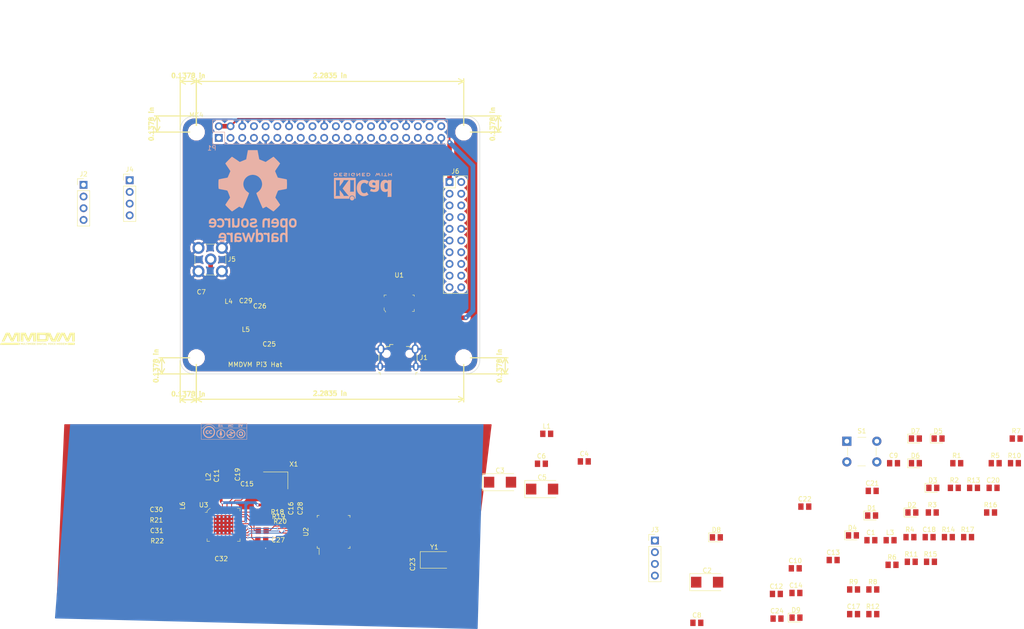
<source format=kicad_pcb>
(kicad_pcb (version 20171130) (host pcbnew 5.0.0-rc2-unknown-7d66dc0~65~ubuntu18.04.1)
  (title_block (date "15 nov 2012"))
  (layers (0 F.Cu signal) (31 B.Cu signal) (34 B.Paste user) (35 F.Paste user) (36 B.SilkS user hide) (37 F.SilkS user) (38 B.Mask user) (39 F.Mask user) (44 Edge.Cuts user))
  (net 0 "")
  (net 1 +3V3)
  (net 2 +5V)
  (net 3 GND)
  (net 4 "/GPIO20(SPI1_MOSI)")
  (net 5 NRST)
  (net 6 "Net-(C12-Pad1)")
  (net 7 "Net-(C13-Pad1)")
  (net 8 "Net-(C15-Pad1)")
  (net 9 "Net-(C18-Pad2)")
  (net 10 "Net-(C18-Pad1)")
  (net 11 "Net-(C23-Pad1)")
  (net 12 "Net-(C25-Pad1)")
  (net 13 "Net-(C26-Pad1)")
  (net 14 SERVICE)
  (net 15 "Net-(D1-Pad2)")
  (net 16 "Net-(D2-Pad2)")
  (net 17 "Net-(D3-Pad2)")
  (net 18 "Net-(D4-Pad2)")
  (net 19 "Net-(D5-Pad2)")
  (net 20 "Net-(D6-Pad2)")
  (net 21 "Net-(D7-Pad2)")
  (net 22 "Net-(D8-Pad2)")
  (net 23 "Net-(D9-Pad2)")
  (net 24 SCL)
  (net 25 SDA)
  (net 26 SW_CLK)
  (net 27 SW_DIO)
  (net 28 DISP_RXD)
  (net 29 DISP_TXD)
  (net 30 RXD)
  (net 31 TXD)
  (net 32 COS_LED)
  (net 33 PTT_LED)
  (net 34 DSTAR_LED)
  (net 35 DMR_LED)
  (net 36 YSF_LED)
  (net 37 P25_LED)
  (net 38 NXDN_LED)
  (net 39 BOOT0)
  (net 40 CLK_OUT)
  (net 41 DATA_IN)
  (net 42 "Net-(R18-Pad2)")
  (net 43 "Net-(R19-Pad2)")
  (net 44 DATA_OUT)
  (net 45 USB_DM)
  (net 46 USB_DP)
  (net 47 CE)
  (net 48 S_DATA)
  (net 49 S_READ)
  (net 50 S_CLK)
  (net 51 "Net-(C3-Pad1)")
  (net 52 "Net-(C7-Pad2)")
  (net 53 "Net-(C8-Pad1)")
  (net 54 "Net-(C15-Pad2)")
  (net 55 "Net-(C17-Pad1)")
  (net 56 "Net-(C19-Pad2)")
  (net 57 "Net-(C24-Pad1)")
  (net 58 "Net-(C25-Pad2)")
  (net 59 "Net-(C27-Pad2)")
  (net 60 "Net-(C29-Pad1)")
  (net 61 "Net-(C30-Pad1)")
  (net 62 "Net-(C32-Pad1)")
  (net 63 "Net-(J1-Pad2)")
  (net 64 "Net-(J1-Pad3)")
  (net 65 SLE)
  (net 66 "Net-(L2-Pad2)")
  (net 67 "Net-(L2-Pad1)")
  (net 68 "Net-(R20-Pad2)")
  (net 69 "Net-(R21-Pad2)")
  (net 70 "Net-(R22-Pad2)")
  (net 71 "Net-(C7-Pad1)")
  (net 72 "/GPIO4(GCLK)")
  (net 73 "/GPIO17(GEN0)")
  (net 74 "/GPIO18(GEN1)(PWM0)")
  (net 75 "/GPIO27(GEN2)")
  (net 76 "/GPIO22(GEN3)")
  (net 77 "/GPIO23(GEN4)")
  (net 78 "/GPIO24(GEN5)")
  (net 79 "/GPIO10(SPI0_MOSI)")
  (net 80 "/GPIO9(SPI0_MISO)")
  (net 81 "/GPIO25(GEN6)")
  (net 82 "/GPIO11(SPI0_SCK)")
  (net 83 "/GPIO8(SPI0_CE_N)")
  (net 84 "/GPIO7(SPI1_CE_N)")
  (net 85 /ID_SD)
  (net 86 /ID_SC)
  (net 87 /GPIO5)
  (net 88 /GPIO6)
  (net 89 "/GPIO12(PWM0)")
  (net 90 "/GPIO13(PWM1)")
  (net 91 "/GPIO19(SPI1_MISO)")
  (net 92 /GPIO16)
  (net 93 /GPIO26)
  (net 94 "Net-(U2-Pad4)")
  (net 95 "Net-(U2-Pad10)")
  (net 96 "Net-(U2-Pad11)")
  (net 97 "Net-(U2-Pad14)")
  (net 98 "Net-(U2-Pad15)")
  (net 99 "Net-(U2-Pad16)")
  (net 100 "Net-(U2-Pad17)")
  (net 101 "Net-(U2-Pad21)")
  (net 102 "Net-(U2-Pad22)")
  (net 103 "Net-(U2-Pad46)")
  (net 104 "Net-(U3-Pad37)")
  (net 105 "Net-(U3-Pad13)")
  (net 106 "Net-(U3-Pad14)")
  (net 107 "Net-(U3-Pad15)")
  (net 108 "Net-(U3-Pad16)")
  (net 109 "Net-(U3-Pad17)")
  (net 110 "Net-(U3-Pad18)")
  (net 111 "Net-(U3-Pad20)")
  (net 112 "Net-(U3-Pad21)")
  (net 113 "Net-(U3-Pad23)")
  (net 114 "Net-(U3-Pad30)")
  (net 115 "Net-(U3-Pad33)")
  (net 116 "Net-(U3-Pad38)")
  (net 117 "Net-(X1-Pad1)")
  (module Connector_PinSocket_2.54mm:PinSocket_2x20_P2.54mm_Vertical (layer B.Cu) (at 208.37 98.77 270)
    (fp_text reference P1 (at 2.208 1.512) (layer B.SilkS) (effects (justify mirror)))
    (fp_text value Pi3)
    (pad 1 thru_hole rect (at 0 0 270) (size 1.7 1.7) (drill 1) (layers *.Cu *.Mask) (net 1 +3V3))
    (pad 2 thru_hole oval (at -2.54 0 270) (size 1.7 1.7) (drill 1) (layers *.Cu *.Mask) (net 2 +5V))
    (pad 3 thru_hole oval (at 0 -2.54 270) (size 1.7 1.7) (drill 1) (layers *.Cu *.Mask) (net 25 SDA))
    (pad 4 thru_hole oval (at -2.54 -2.54 270) (size 1.7 1.7) (drill 1) (layers *.Cu *.Mask) (net 2 +5V))
    (pad 5 thru_hole oval (at 0 -5.08 270) (size 1.7 1.7) (drill 1) (layers *.Cu *.Mask) (net 24 SCL))
    (pad 6 thru_hole oval (at -2.54 -5.08 270) (size 1.7 1.7) (drill 1) (layers *.Cu *.Mask) (net 3 GND))
    (pad 7 thru_hole oval (at 0 -7.62 270) (size 1.7 1.7) (drill 1) (layers *.Cu *.Mask) (net 72 "/GPIO4(GCLK)"))
    (pad 8 thru_hole oval (at -2.54 -7.62 270) (size 1.7 1.7) (drill 1) (layers *.Cu *.Mask) (net 30 RXD))
    (pad 9 thru_hole oval (at 0 -10.16 270) (size 1.7 1.7) (drill 1) (layers *.Cu *.Mask) (net 3 GND))
    (pad 10 thru_hole oval (at -2.54 -10.16 270) (size 1.7 1.7) (drill 1) (layers *.Cu *.Mask) (net 31 TXD))
    (pad 11 thru_hole oval (at 0 -12.7 270) (size 1.7 1.7) (drill 1) (layers *.Cu *.Mask) (net 73 "/GPIO17(GEN0)"))
    (pad 12 thru_hole oval (at -2.54 -12.7 270) (size 1.7 1.7) (drill 1) (layers *.Cu *.Mask) (net 74 "/GPIO18(GEN1)(PWM0)"))
    (pad 13 thru_hole oval (at 0 -15.24 270) (size 1.7 1.7) (drill 1) (layers *.Cu *.Mask) (net 75 "/GPIO27(GEN2)"))
    (pad 14 thru_hole oval (at -2.54 -15.24 270) (size 1.7 1.7) (drill 1) (layers *.Cu *.Mask) (net 3 GND))
    (pad 15 thru_hole oval (at 0 -17.78 270) (size 1.7 1.7) (drill 1) (layers *.Cu *.Mask) (net 76 "/GPIO22(GEN3)"))
    (pad 16 thru_hole oval (at -2.54 -17.78 270) (size 1.7 1.7) (drill 1) (layers *.Cu *.Mask) (net 77 "/GPIO23(GEN4)"))
    (pad 17 thru_hole oval (at 0 -20.32 270) (size 1.7 1.7) (drill 1) (layers *.Cu *.Mask) (net 1 +3V3))
    (pad 18 thru_hole oval (at -2.54 -20.32 270) (size 1.7 1.7) (drill 1) (layers *.Cu *.Mask) (net 78 "/GPIO24(GEN5)"))
    (pad 19 thru_hole oval (at 0 -22.86 270) (size 1.7 1.7) (drill 1) (layers *.Cu *.Mask) (net 79 "/GPIO10(SPI0_MOSI)"))
    (pad 20 thru_hole oval (at -2.54 -22.86 270) (size 1.7 1.7) (drill 1) (layers *.Cu *.Mask) (net 3 GND))
    (pad 21 thru_hole oval (at 0 -25.4 270) (size 1.7 1.7) (drill 1) (layers *.Cu *.Mask) (net 80 "/GPIO9(SPI0_MISO)"))
    (pad 22 thru_hole oval (at -2.54 -25.4 270) (size 1.7 1.7) (drill 1) (layers *.Cu *.Mask) (net 81 "/GPIO25(GEN6)"))
    (pad 23 thru_hole oval (at 0 -27.94 270) (size 1.7 1.7) (drill 1) (layers *.Cu *.Mask) (net 82 "/GPIO11(SPI0_SCK)"))
    (pad 24 thru_hole oval (at -2.54 -27.94 270) (size 1.7 1.7) (drill 1) (layers *.Cu *.Mask) (net 83 "/GPIO8(SPI0_CE_N)"))
    (pad 25 thru_hole oval (at 0 -30.48 270) (size 1.7 1.7) (drill 1) (layers *.Cu *.Mask) (net 3 GND))
    (pad 26 thru_hole oval (at -2.54 -30.48 270) (size 1.7 1.7) (drill 1) (layers *.Cu *.Mask) (net 84 "/GPIO7(SPI1_CE_N)"))
    (pad 27 thru_hole oval (at 0 -33.02 270) (size 1.7 1.7) (drill 1) (layers *.Cu *.Mask) (net 85 /ID_SD))
    (pad 28 thru_hole oval (at -2.54 -33.02 270) (size 1.7 1.7) (drill 1) (layers *.Cu *.Mask) (net 86 /ID_SC))
    (pad 29 thru_hole oval (at 0 -35.56 270) (size 1.7 1.7) (drill 1) (layers *.Cu *.Mask) (net 87 /GPIO5))
    (pad 30 thru_hole oval (at -2.54 -35.56 270) (size 1.7 1.7) (drill 1) (layers *.Cu *.Mask) (net 3 GND))
    (pad 31 thru_hole oval (at 0 -38.1 270) (size 1.7 1.7) (drill 1) (layers *.Cu *.Mask) (net 88 /GPIO6))
    (pad 32 thru_hole oval (at -2.54 -38.1 270) (size 1.7 1.7) (drill 1) (layers *.Cu *.Mask) (net 89 "/GPIO12(PWM0)"))
    (pad 33 thru_hole oval (at 0 -40.64 270) (size 1.7 1.7) (drill 1) (layers *.Cu *.Mask) (net 90 "/GPIO13(PWM1)"))
    (pad 34 thru_hole oval (at -2.54 -40.64 270) (size 1.7 1.7) (drill 1) (layers *.Cu *.Mask) (net 3 GND))
    (pad 35 thru_hole oval (at 0 -43.18 270) (size 1.7 1.7) (drill 1) (layers *.Cu *.Mask) (net 91 "/GPIO19(SPI1_MISO)"))
    (pad 36 thru_hole oval (at -2.54 -43.18 270) (size 1.7 1.7) (drill 1) (layers *.Cu *.Mask) (net 92 /GPIO16))
    (pad 37 thru_hole oval (at 0 -45.72 270) (size 1.7 1.7) (drill 1) (layers *.Cu *.Mask) (net 93 /GPIO26))
    (pad 38 thru_hole oval (at -2.54 -45.72 270) (size 1.7 1.7) (drill 1) (layers *.Cu *.Mask) (net 4 "/GPIO20(SPI1_MOSI)"))
    (pad 39 thru_hole oval (at 0 -48.26 270) (size 1.7 1.7) (drill 1) (layers *.Cu *.Mask) (net 3 GND))
    (pad 40 thru_hole oval (at -2.54 -48.26 270) (size 1.7 1.7) (drill 1) (layers *.Cu *.Mask) (net 5 NRST))
  )
  (module Connector_PinHeader_2.54mm:PinHeader_1x04_P2.54mm_Vertical (layer F.Cu) (at 302.962143 186.1675)
    (fp_text reference J3 (at 0 -2.33) (layer F.SilkS))
    (fp_text value STLink)
    (pad 4 thru_hole oval (at 0 7.62) (size 1.7 1.7) (drill 1) (layers *.Cu *.Mask) (net 3 GND))
    (pad 3 thru_hole oval (at 0 5.08) (size 1.7 1.7) (drill 1) (layers *.Cu *.Mask) (net 26 SW_CLK))
    (pad 2 thru_hole oval (at 0 2.54) (size 1.7 1.7) (drill 1) (layers *.Cu *.Mask) (net 27 SW_DIO))
    (pad 1 thru_hole rect (at 0 0) (size 1.7 1.7) (drill 1) (layers *.Cu *.Mask) (net 1 +3V3))
  )
  (module digikey-footprints:Switch_Tactile_THT_B3F-1xxx (layer F.Cu) (at 344.603801 164.5969)
    (fp_text reference S1 (at 3.2512 -2.2094) (layer F.SilkS))
    (fp_text value B3F-1000)
    (pad 1 thru_hole rect (at 0.0012 0.0106) (size 2 2) (drill 1) (layers *.Cu *.Mask) (net 5 NRST))
    (pad 2 thru_hole circle (at 6.5012 0.0106) (size 2 2) (drill 1) (layers *.Cu *.Mask) (net 5 NRST))
    (pad 3 thru_hole circle (at 0.0012 4.5106) (size 2 2) (drill 1) (layers *.Cu *.Mask) (net 3 GND))
    (pad 4 thru_hole circle (at 6.5012 4.5106) (size 2 2) (drill 1) (layers *.Cu *.Mask) (net 3 GND))
  )
  (module Crystal:Crystal_SMD_5032-4Pin_5.0x3.2mm (layer F.Cu) (at 220.7 173.13 180)
    (fp_text reference X1 (at -3.938 3.54 180) (layer F.SilkS))
    (fp_text value ECS-TXO-5032-147.4-TR)
    (pad 1 smd rect (at -1.65 1 180) (size 1.6 1.3) (layers F.Cu F.Paste F.Mask) (net 117 "Net-(X1-Pad1)"))
    (pad 2 smd rect (at 1.65 1 180) (size 1.6 1.3) (layers F.Cu F.Paste F.Mask) (net 3 GND))
    (pad 3 smd rect (at 1.65 -1 180) (size 1.6 1.3) (layers F.Cu F.Paste F.Mask) (net 8 "Net-(C15-Pad1)"))
    (pad 4 smd rect (at -1.65 -1 180) (size 1.6 1.3) (layers F.Cu F.Paste F.Mask) (net 1 +3V3))
  )
  (module Capacitor_SMD:C_0805_2012Metric (layer F.Cu) (at 349.815001 186.0975)
    (fp_text reference C1 (at 0 -1.65) (layer F.SilkS))
    (fp_text value 100n)
    (pad 1 smd rect (at -0.85 0) (size 1.15 1.4) (layers F.Cu F.Paste F.Mask) (net 5 NRST))
    (pad 2 smd rect (at 0.85 0) (size 1.15 1.4) (layers F.Cu F.Paste F.Mask) (net 3 GND))
  )
  (module Capacitor_Tantalum_SMD:CP_EIA-6032-15_Kemet-U (layer F.Cu) (at 314.3 195.212)
    (fp_text reference C2 (at 0 -2.55) (layer F.SilkS))
    (fp_text value 10u/10V)
    (pad 1 smd rect (at -2.375 0) (size 2.25 2.35) (layers F.Cu F.Paste F.Mask) (net 2 +5V))
    (pad 2 smd rect (at 2.375 0) (size 2.25 2.35) (layers F.Cu F.Paste F.Mask) (net 3 GND))
  )
  (module Capacitor_Tantalum_SMD:CP_EIA-6032-15_Kemet-U (layer F.Cu) (at 269.375 173.5)
    (fp_text reference C3 (at 0 -2.55) (layer F.SilkS))
    (fp_text value 10u/10V)
    (pad 2 smd rect (at 2.375 0) (size 2.25 2.35) (layers F.Cu F.Paste F.Mask) (net 3 GND))
    (pad 1 smd rect (at -2.375 0) (size 2.25 2.35) (layers F.Cu F.Paste F.Mask) (net 51 "Net-(C3-Pad1)"))
  )
  (module Capacitor_SMD:C_0805_2012Metric (layer F.Cu) (at 287.65 169)
    (fp_text reference C4 (at 0 -1.65) (layer F.SilkS))
    (fp_text value 100n)
    (pad 2 smd rect (at 0.85 0) (size 1.15 1.4) (layers F.Cu F.Paste F.Mask) (net 3 GND))
    (pad 1 smd rect (at -0.85 0) (size 1.15 1.4) (layers F.Cu F.Paste F.Mask) (net 51 "Net-(C3-Pad1)"))
  )
  (module Capacitor_Tantalum_SMD:CP_EIA-6032-15_Kemet-U (layer F.Cu) (at 278.5 175)
    (fp_text reference C5 (at 0 -2.55) (layer F.SilkS))
    (fp_text value 10u/10V)
    (pad 1 smd rect (at -2.375 0) (size 2.25 2.35) (layers F.Cu F.Paste F.Mask) (net 1 +3V3))
    (pad 2 smd rect (at 2.375 0) (size 2.25 2.35) (layers F.Cu F.Paste F.Mask) (net 3 GND))
  )
  (module Capacitor_SMD:C_0805_2012Metric (layer F.Cu) (at 278.35 169.5)
    (fp_text reference C6 (at 0 -1.65) (layer F.SilkS))
    (fp_text value 10u)
    (pad 1 smd rect (at -0.85 0) (size 1.15 1.4) (layers F.Cu F.Paste F.Mask) (net 1 +3V3))
    (pad 2 smd rect (at 0.85 0) (size 1.15 1.4) (layers F.Cu F.Paste F.Mask) (net 3 GND))
  )
  (module Capacitor_SMD:C_0805_2012Metric (layer F.Cu) (at 207.454 132.22 180)
    (fp_text reference C7 (at 2.882 0 180) (layer F.SilkS))
    (fp_text value 100n)
    (pad 1 smd rect (at -0.85 0 180) (size 1.15 1.4) (layers F.Cu F.Paste F.Mask) (net 71 "Net-(C7-Pad1)"))
    (pad 2 smd rect (at 0.85 0 180) (size 1.15 1.4) (layers F.Cu F.Paste F.Mask) (net 52 "Net-(C7-Pad2)"))
  )
  (module Capacitor_SMD:C_0805_2012Metric (layer F.Cu) (at 312.065001 204.0375)
    (fp_text reference C8 (at 0 -1.65) (layer F.SilkS))
    (fp_text value 1n)
    (pad 1 smd rect (at -0.85 0) (size 1.15 1.4) (layers F.Cu F.Paste F.Mask) (net 53 "Net-(C8-Pad1)"))
    (pad 2 smd rect (at 0.85 0) (size 1.15 1.4) (layers F.Cu F.Paste F.Mask) (net 3 GND))
  )
  (module Capacitor_SMD:C_0805_2012Metric (layer F.Cu) (at 354.735952 169.3875)
    (fp_text reference C9 (at 0 -1.65) (layer F.SilkS))
    (fp_text value 100n)
    (pad 2 smd rect (at 0.85 0) (size 1.15 1.4) (layers F.Cu F.Paste F.Mask) (net 1 +3V3))
    (pad 1 smd rect (at -0.85 0) (size 1.15 1.4) (layers F.Cu F.Paste F.Mask) (net 3 GND))
  )
  (module Capacitor_SMD:C_0805_2012Metric (layer F.Cu) (at 333.415001 192.2075)
    (fp_text reference C10 (at 0 -1.65) (layer F.SilkS))
    (fp_text value 100n)
    (pad 1 smd rect (at -0.85 0) (size 1.15 1.4) (layers F.Cu F.Paste F.Mask) (net 3 GND))
    (pad 2 smd rect (at 0.85 0) (size 1.15 1.4) (layers F.Cu F.Paste F.Mask) (net 1 +3V3))
  )
  (module Capacitor_SMD:C_0805_2012Metric (layer F.Cu) (at 208.89 175.312 90)
    (fp_text reference C11 (at 3.214 -1.016 90) (layer F.SilkS))
    (fp_text value 10n)
    (pad 2 smd rect (at 0.85 0 90) (size 1.15 1.4) (layers F.Cu F.Paste F.Mask) (net 3 GND))
    (pad 1 smd rect (at -0.85 0 90) (size 1.15 1.4) (layers F.Cu F.Paste F.Mask) (net 1 +3V3))
  )
  (module Capacitor_SMD:C_0805_2012Metric (layer F.Cu) (at 329.315952 197.7675)
    (fp_text reference C12 (at 0 -1.65) (layer F.SilkS))
    (fp_text value 470p)
    (pad 1 smd rect (at -0.85 0) (size 1.15 1.4) (layers F.Cu F.Paste F.Mask) (net 6 "Net-(C12-Pad1)"))
    (pad 2 smd rect (at 0.85 0) (size 1.15 1.4) (layers F.Cu F.Paste F.Mask) (net 3 GND))
  )
  (module Capacitor_SMD:C_0805_2012Metric (layer F.Cu) (at 341.635001 190.4075)
    (fp_text reference C13 (at 0 -1.65) (layer F.SilkS))
    (fp_text value 15n)
    (pad 2 smd rect (at 0.85 0) (size 1.15 1.4) (layers F.Cu F.Paste F.Mask) (net 3 GND))
    (pad 1 smd rect (at -0.85 0) (size 1.15 1.4) (layers F.Cu F.Paste F.Mask) (net 7 "Net-(C13-Pad1)"))
  )
  (module Capacitor_SMD:C_0805_2012Metric (layer F.Cu) (at 333.555001 197.5575)
    (fp_text reference C14 (at 0 -1.65) (layer F.SilkS))
    (fp_text value 100n)
    (pad 2 smd rect (at 0.85 0) (size 1.15 1.4) (layers F.Cu F.Paste F.Mask) (net 1 +3V3))
    (pad 1 smd rect (at -0.85 0) (size 1.15 1.4) (layers F.Cu F.Paste F.Mask) (net 3 GND))
  )
  (module Capacitor_SMD:C_0805_2012Metric (layer F.Cu) (at 214.478 175.654 180)
    (fp_text reference C15 (at 0 1.778 180) (layer F.SilkS))
    (fp_text value 22p)
    (pad 1 smd rect (at -0.85 0 180) (size 1.15 1.4) (layers F.Cu F.Paste F.Mask) (net 8 "Net-(C15-Pad1)"))
    (pad 2 smd rect (at 0.85 0 180) (size 1.15 1.4) (layers F.Cu F.Paste F.Mask) (net 54 "Net-(C15-Pad2)"))
  )
  (module Capacitor_SMD:C_0805_2012Metric (layer F.Cu) (at 222.352 179.21 270)
    (fp_text reference C16 (at 0 -1.65 270) (layer F.SilkS))
    (fp_text value 10n)
    (pad 1 smd rect (at -0.85 0 270) (size 1.15 1.4) (layers F.Cu F.Paste F.Mask) (net 1 +3V3))
    (pad 2 smd rect (at 0.85 0 270) (size 1.15 1.4) (layers F.Cu F.Paste F.Mask) (net 3 GND))
  )
  (module Capacitor_SMD:C_0805_2012Metric (layer F.Cu) (at 346.065001 202.1475)
    (fp_text reference C17 (at 0 -1.65) (layer F.SilkS))
    (fp_text value 100n)
    (pad 2 smd rect (at 0.85 0) (size 1.15 1.4) (layers F.Cu F.Paste F.Mask) (net 3 GND))
    (pad 1 smd rect (at -0.85 0) (size 1.15 1.4) (layers F.Cu F.Paste F.Mask) (net 55 "Net-(C17-Pad1)"))
  )
  (module Capacitor_SMD:C_0805_2012Metric (layer F.Cu) (at 362.455001 185.4375)
    (fp_text reference C18 (at 0 -1.65) (layer F.SilkS))
    (fp_text value 22n)
    (pad 1 smd rect (at -0.85 0) (size 1.15 1.4) (layers F.Cu F.Paste F.Mask) (net 10 "Net-(C18-Pad1)"))
    (pad 2 smd rect (at 0.85 0) (size 1.15 1.4) (layers F.Cu F.Paste F.Mask) (net 9 "Net-(C18-Pad2)"))
  )
  (module Capacitor_SMD:C_0805_2012Metric (layer F.Cu) (at 211.43 175.312 270)
    (fp_text reference C19 (at -3.468 -1.016 270) (layer F.SilkS))
    (fp_text value 100n)
    (pad 2 smd rect (at 0.85 0 270) (size 1.15 1.4) (layers F.Cu F.Paste F.Mask) (net 56 "Net-(C19-Pad2)"))
    (pad 1 smd rect (at -0.85 0 270) (size 1.15 1.4) (layers F.Cu F.Paste F.Mask) (net 3 GND))
  )
  (module Capacitor_SMD:C_0805_2012Metric (layer F.Cu) (at 376.325952 174.7375)
    (fp_text reference C20 (at 0 -1.65) (layer F.SilkS))
    (fp_text value 10n)
    (pad 2 smd rect (at 0.85 0) (size 1.15 1.4) (layers F.Cu F.Paste F.Mask) (net 3 GND))
    (pad 1 smd rect (at -0.85 0) (size 1.15 1.4) (layers F.Cu F.Paste F.Mask) (net 1 +3V3))
  )
  (module Capacitor_SMD:C_0805_2012Metric (layer F.Cu) (at 350.105001 175.3975)
    (fp_text reference C21 (at 0 -1.65) (layer F.SilkS))
    (fp_text value 220p)
    (pad 1 smd rect (at -0.85 0) (size 1.15 1.4) (layers F.Cu F.Paste F.Mask) (net 1 +3V3))
    (pad 2 smd rect (at 0.85 0) (size 1.15 1.4) (layers F.Cu F.Paste F.Mask) (net 3 GND))
  )
  (module Capacitor_SMD:C_0805_2012Metric (layer F.Cu) (at 335.485001 178.8075)
    (fp_text reference C22 (at 0 -1.65) (layer F.SilkS))
    (fp_text value 6p8)
    (pad 2 smd rect (at 0.85 0) (size 1.15 1.4) (layers F.Cu F.Paste F.Mask) (net 3 GND))
    (pad 1 smd rect (at -0.85 0) (size 1.15 1.4) (layers F.Cu F.Paste F.Mask) (net 1 +3V3))
  )
  (module Capacitor_SMD:C_0805_2012Metric (layer F.Cu) (at 248.768 191.3535 270)
    (fp_text reference C23 (at 0 -1.65 270) (layer F.SilkS))
    (fp_text value 20p)
    (pad 2 smd rect (at 0.85 0 270) (size 1.15 1.4) (layers F.Cu F.Paste F.Mask) (net 3 GND))
    (pad 1 smd rect (at -0.85 0 270) (size 1.15 1.4) (layers F.Cu F.Paste F.Mask) (net 11 "Net-(C23-Pad1)"))
  )
  (module Capacitor_SMD:C_0805_2012Metric (layer F.Cu) (at 329.455952 203.1175)
    (fp_text reference C24 (at 0 -1.65) (layer F.SilkS))
    (fp_text value 20p)
    (pad 2 smd rect (at 0.85 0) (size 1.15 1.4) (layers F.Cu F.Paste F.Mask) (net 3 GND))
    (pad 1 smd rect (at -0.85 0) (size 1.15 1.4) (layers F.Cu F.Paste F.Mask) (net 57 "Net-(C24-Pad1)"))
  )
  (module Capacitor_SMD:C_0805_2012Metric (layer F.Cu) (at 219.304 141.5 180)
    (fp_text reference C25 (at 0 -2.032 180) (layer F.SilkS))
    (fp_text value 10p)
    (pad 1 smd rect (at -0.85 0 180) (size 1.15 1.4) (layers F.Cu F.Paste F.Mask) (net 12 "Net-(C25-Pad1)"))
    (pad 2 smd rect (at 0.85 0 180) (size 1.15 1.4) (layers F.Cu F.Paste F.Mask) (net 58 "Net-(C25-Pad2)"))
  )
  (module Capacitor_SMD:C_0805_2012Metric (layer F.Cu) (at 219.304 138.316 180)
    (fp_text reference C26 (at 2.032 3.048 180) (layer F.SilkS))
    (fp_text value 4p7)
    (pad 1 smd rect (at -0.85 0 180) (size 1.15 1.4) (layers F.Cu F.Paste F.Mask) (net 13 "Net-(C26-Pad1)"))
    (pad 2 smd rect (at 0.85 0 180) (size 1.15 1.4) (layers F.Cu F.Paste F.Mask) (net 58 "Net-(C25-Pad2)"))
  )
  (module Capacitor_SMD:C_0805_2012Metric (layer F.Cu) (at 217.692 186.068 180)
    (fp_text reference C27 (at -3.556 0 180) (layer F.SilkS))
    (fp_text value 100n)
    (pad 2 smd rect (at 0.85 0 180) (size 1.15 1.4) (layers F.Cu F.Paste F.Mask) (net 59 "Net-(C27-Pad2)"))
    (pad 1 smd rect (at -0.85 0 180) (size 1.15 1.4) (layers F.Cu F.Paste F.Mask) (net 3 GND))
  )
  (module Capacitor_SMD:C_0805_2012Metric (layer F.Cu) (at 224.384 179.21 270)
    (fp_text reference C28 (at 0 -1.65 270) (layer F.SilkS))
    (fp_text value 10n)
    (pad 1 smd rect (at -0.85 0 270) (size 1.15 1.4) (layers F.Cu F.Paste F.Mask) (net 1 +3V3))
    (pad 2 smd rect (at 0.85 0 270) (size 1.15 1.4) (layers F.Cu F.Paste F.Mask) (net 3 GND))
  )
  (module Capacitor_SMD:C_0805_2012Metric (layer F.Cu) (at 214.224 135.776)
    (fp_text reference C29 (at 0 -1.65) (layer F.SilkS))
    (fp_text value 6p8)
    (pad 1 smd rect (at -0.85 0) (size 1.15 1.4) (layers F.Cu F.Paste F.Mask) (net 60 "Net-(C29-Pad1)"))
    (pad 2 smd rect (at 0.85 0) (size 1.15 1.4) (layers F.Cu F.Paste F.Mask) (net 3 GND))
  )
  (module Capacitor_SMD:C_0805_2012Metric (layer F.Cu) (at 198.222 179.464 180)
    (fp_text reference C30 (at 3.39 0 180) (layer F.SilkS))
    (fp_text value 6p8)
    (pad 2 smd rect (at 0.85 0 180) (size 1.15 1.4) (layers F.Cu F.Paste F.Mask) (net 3 GND))
    (pad 1 smd rect (at -0.85 0 180) (size 1.15 1.4) (layers F.Cu F.Paste F.Mask) (net 61 "Net-(C30-Pad1)"))
  )
  (module Capacitor_SMD:C_0805_2012Metric (layer F.Cu) (at 198.222 184.036 180)
    (fp_text reference C31 (at 3.302 0 180) (layer F.SilkS))
    (fp_text value 10n)
    (pad 1 smd rect (at -0.85 0 180) (size 1.15 1.4) (layers F.Cu F.Paste F.Mask) (net 1 +3V3))
    (pad 2 smd rect (at 0.85 0 180) (size 1.15 1.4) (layers F.Cu F.Paste F.Mask) (net 3 GND))
  )
  (module Capacitor_SMD:C_0805_2012Metric (layer F.Cu) (at 206.096 188.608)
    (fp_text reference C32 (at 2.794 1.524) (layer F.SilkS))
    (fp_text value 100n)
    (pad 2 smd rect (at 0.85 0) (size 1.15 1.4) (layers F.Cu F.Paste F.Mask) (net 3 GND))
    (pad 1 smd rect (at -0.85 0) (size 1.15 1.4) (layers F.Cu F.Paste F.Mask) (net 62 "Net-(C32-Pad1)"))
  )
  (module LED_SMD:LED_0805_2012Metric (layer F.Cu) (at 349.980001 180.7475)
    (fp_text reference D1 (at 0 -1.65) (layer F.SilkS))
    (fp_text value red)
    (pad 1 smd rect (at -0.85 0) (size 1.15 1.4) (layers F.Cu F.Paste F.Mask) (net 14 SERVICE))
    (pad 2 smd rect (at 0.85 0) (size 1.15 1.4) (layers F.Cu F.Paste F.Mask) (net 15 "Net-(D1-Pad2)"))
  )
  (module LED_SMD:LED_0805_2012Metric (layer F.Cu) (at 358.706428 180.0875)
    (fp_text reference D2 (at 0 -1.65) (layer F.SilkS))
    (fp_text value green)
    (pad 2 smd rect (at 0.85 0) (size 1.15 1.4) (layers F.Cu F.Paste F.Mask) (net 16 "Net-(D2-Pad2)"))
    (pad 1 smd rect (at -0.85 0) (size 1.15 1.4) (layers F.Cu F.Paste F.Mask) (net 3 GND))
  )
  (module LED_SMD:LED_0805_2012Metric (layer F.Cu) (at 363.254524 174.7375)
    (fp_text reference D3 (at 0 -1.65) (layer F.SilkS))
    (fp_text value yellow)
    (pad 2 smd rect (at 0.85 0) (size 1.15 1.4) (layers F.Cu F.Paste F.Mask) (net 17 "Net-(D3-Pad2)"))
    (pad 1 smd rect (at -0.85 0) (size 1.15 1.4) (layers F.Cu F.Paste F.Mask) (net 3 GND))
  )
  (module LED_SMD:LED_0805_2012Metric (layer F.Cu) (at 345.820001 185.0575)
    (fp_text reference D4 (at 0 -1.65) (layer F.SilkS))
    (fp_text value red)
    (pad 1 smd rect (at -0.85 0) (size 1.15 1.4) (layers F.Cu F.Paste F.Mask) (net 3 GND))
    (pad 2 smd rect (at 0.85 0) (size 1.15 1.4) (layers F.Cu F.Paste F.Mask) (net 18 "Net-(D4-Pad2)"))
  )
  (module LED_SMD:LED_0805_2012Metric (layer F.Cu) (at 364.396428 164.0375)
    (fp_text reference D5 (at 0 -1.65) (layer F.SilkS))
    (fp_text value green)
    (pad 1 smd rect (at -0.85 0) (size 1.15 1.4) (layers F.Cu F.Paste F.Mask) (net 3 GND))
    (pad 2 smd rect (at 0.85 0) (size 1.15 1.4) (layers F.Cu F.Paste F.Mask) (net 19 "Net-(D5-Pad2)"))
  )
  (module LED_SMD:LED_0805_2012Metric (layer F.Cu) (at 359.474524 169.3875)
    (fp_text reference D6 (at 0 -1.65) (layer F.SilkS))
    (fp_text value yellow)
    (pad 1 smd rect (at -0.85 0) (size 1.15 1.4) (layers F.Cu F.Paste F.Mask) (net 3 GND))
    (pad 2 smd rect (at 0.85 0) (size 1.15 1.4) (layers F.Cu F.Paste F.Mask) (net 20 "Net-(D6-Pad2)"))
  )
  (module LED_SMD:LED_0805_2012Metric (layer F.Cu) (at 359.474524 164.0375)
    (fp_text reference D7 (at 0 -1.65) (layer F.SilkS))
    (fp_text value amber)
    (pad 2 smd rect (at 0.85 0) (size 1.15 1.4) (layers F.Cu F.Paste F.Mask) (net 21 "Net-(D7-Pad2)"))
    (pad 1 smd rect (at -0.85 0) (size 1.15 1.4) (layers F.Cu F.Paste F.Mask) (net 3 GND))
  )
  (module LED_SMD:LED_0805_2012Metric (layer F.Cu) (at 316.300001 185.4875)
    (fp_text reference D8 (at 0 -1.65) (layer F.SilkS))
    (fp_text value red)
    (pad 1 smd rect (at -0.85 0) (size 1.15 1.4) (layers F.Cu F.Paste F.Mask) (net 3 GND))
    (pad 2 smd rect (at 0.85 0) (size 1.15 1.4) (layers F.Cu F.Paste F.Mask) (net 22 "Net-(D8-Pad2)"))
  )
  (module LED_SMD:LED_0805_2012Metric (layer F.Cu) (at 333.570001 202.9075)
    (fp_text reference D9 (at 0 -1.65) (layer F.SilkS))
    (fp_text value blue)
    (pad 2 smd rect (at 0.85 0) (size 1.15 1.4) (layers F.Cu F.Paste F.Mask) (net 23 "Net-(D9-Pad2)"))
    (pad 1 smd rect (at -0.85 0) (size 1.15 1.4) (layers F.Cu F.Paste F.Mask) (net 3 GND))
  )
  (module Connector_USB:USB_Micro-B_Wuerth_629105150521 (layer F.Cu) (at 247.244 146.444)
    (fp_text reference J1 (at 5.588 0) (layer F.SilkS))
    (fp_text value USB_B_Mini)
    (pad 1 smd rect (at -1.3 -1.9) (size 0.45 1.3) (layers F.Cu F.Paste F.Mask) (net 2 +5V))
    (pad 2 smd rect (at -0.65 -1.9) (size 0.45 1.3) (layers F.Cu F.Paste F.Mask) (net 63 "Net-(J1-Pad2)"))
    (pad 3 smd rect (at 0 -1.9) (size 0.45 1.3) (layers F.Cu F.Paste F.Mask) (net 64 "Net-(J1-Pad3)"))
    (pad 4 smd rect (at 0.65 -1.9) (size 0.45 1.3) (layers F.Cu F.Paste F.Mask) (net 3 GND))
    (pad 5 smd rect (at 1.3 -1.9) (size 0.45 1.3) (layers F.Cu F.Paste F.Mask) (net 3 GND))
    (pad 6 thru_hole oval (at -3.725 -1.85) (size 1.45 2) (drill oval 0.85 1.4) (layers *.Cu *.Mask) (net 3 GND))
    (pad 6 thru_hole oval (at 3.725 -1.85) (size 1.45 2) (drill oval 0.85 1.4) (layers *.Cu *.Mask) (net 3 GND))
    (pad 6 thru_hole oval (at -3.875 1.95) (size 1.15 1.8) (drill oval 0.55 1.2) (layers *.Cu *.Mask) (net 3 GND))
    (pad 6 thru_hole oval (at 3.875 1.95) (size 1.15 1.8) (drill oval 0.55 1.2) (layers *.Cu *.Mask) (net 3 GND))
    (pad "" np_thru_hole oval (at -2.5 -0.8) (size 0.8 0.8) (drill 0.8) (layers *.Cu *.Mask))
    (pad "" np_thru_hole oval (at 2.5 -0.8) (size 0.8 0.8) (drill 0.8) (layers *.Cu *.Mask))
  )
  (module Connector_PinHeader_2.54mm:PinHeader_1x04_P2.54mm_Vertical (layer F.Cu) (at 179.036 108.952)
    (fp_text reference J2 (at 0 -2.33) (layer F.SilkS))
    (fp_text value I2C)
    (pad 1 thru_hole rect (at 0 0) (size 1.7 1.7) (drill 1) (layers *.Cu *.Mask) (net 1 +3V3))
    (pad 2 thru_hole oval (at 0 2.54) (size 1.7 1.7) (drill 1) (layers *.Cu *.Mask) (net 3 GND))
    (pad 3 thru_hole oval (at 0 5.08) (size 1.7 1.7) (drill 1) (layers *.Cu *.Mask) (net 24 SCL))
    (pad 4 thru_hole oval (at 0 7.62) (size 1.7 1.7) (drill 1) (layers *.Cu *.Mask) (net 25 SDA))
  )
  (module Connector_PinHeader_2.54mm:PinHeader_1x04_P2.54mm_Vertical (layer F.Cu) (at 189.036 107.952)
    (fp_text reference J4 (at 0 -2.33) (layer F.SilkS))
    (fp_text value Display)
    (pad 4 thru_hole oval (at 0 7.62) (size 1.7 1.7) (drill 1) (layers *.Cu *.Mask) (net 3 GND))
    (pad 3 thru_hole oval (at 0 5.08) (size 1.7 1.7) (drill 1) (layers *.Cu *.Mask) (net 29 DISP_TXD))
    (pad 2 thru_hole oval (at 0 2.54) (size 1.7 1.7) (drill 1) (layers *.Cu *.Mask) (net 28 DISP_RXD))
    (pad 1 thru_hole rect (at 0 0) (size 1.7 1.7) (drill 1) (layers *.Cu *.Mask) (net 2 +5V))
  )
  (module digikey-footprints:RF_SMA_Vertical_5-1814832-1 (layer F.Cu) (at 206.504 125.183)
    (fp_text reference J5 (at 4.672 -0.075) (layer F.SilkS))
    (fp_text value SMA)
    (pad 2 thru_hole circle (at 0.1 -0.075) (size 2.5 2.5) (drill 1.5) (layers *.Cu *.Mask) (net 52 "Net-(C7-Pad2)"))
    (pad 1 thru_hole circle (at -2.54 -2.54) (size 2.6 2.6) (drill 1.6) (layers *.Cu *.Mask) (net 3 GND))
    (pad 1 thru_hole circle (at 2.54 -2.54) (size 2.6 2.6) (drill 1.6) (layers *.Cu *.Mask) (net 3 GND))
    (pad 1 thru_hole circle (at 2.54 2.54) (size 2.6 2.6) (drill 1.6) (layers *.Cu *.Mask) (net 3 GND))
    (pad 1 thru_hole circle (at -2.54 2.54) (size 2.6 2.6) (drill 1.6) (layers *.Cu *.Mask) (net 3 GND))
  )
  (module Inductor_SMD:L_0805_2012Metric (layer F.Cu) (at 279.5 163)
    (fp_text reference L1 (at 0 -1.65) (layer F.SilkS))
    (fp_text value 10u)
    (pad 1 smd rect (at -0.85 0) (size 1.15 1.4) (layers F.Cu F.Paste F.Mask) (net 51 "Net-(C3-Pad1)"))
    (pad 2 smd rect (at 0.85 0) (size 1.15 1.4) (layers F.Cu F.Paste F.Mask) (net 1 +3V3))
  )
  (module Inductor_SMD:L_0805_2012Metric (layer F.Cu) (at 206.35 175.312 90)
    (fp_text reference L2 (at 2.96 -0.254 90) (layer F.SilkS))
    (fp_text value 18n)
    (pad 2 smd rect (at 0.85 0 90) (size 1.15 1.4) (layers F.Cu F.Paste F.Mask) (net 66 "Net-(L2-Pad2)"))
    (pad 1 smd rect (at -0.85 0 90) (size 1.15 1.4) (layers F.Cu F.Paste F.Mask) (net 67 "Net-(L2-Pad1)"))
  )
  (module Inductor_SMD:L_0805_2012Metric (layer F.Cu) (at 353.985001 186.0975)
    (fp_text reference L3 (at 0 -1.65) (layer F.SilkS))
    (fp_text value 22n)
    (pad 1 smd rect (at -0.85 0) (size 1.15 1.4) (layers F.Cu F.Paste F.Mask) (net 12 "Net-(C25-Pad1)"))
    (pad 2 smd rect (at 0.85 0) (size 1.15 1.4) (layers F.Cu F.Paste F.Mask) (net 1 +3V3))
  )
  (module Inductor_SMD:L_0805_2012Metric (layer F.Cu) (at 209.144 135.776)
    (fp_text reference L4 (at 1.358 -1.524) (layer F.SilkS))
    (fp_text value 22n)
    (pad 2 smd rect (at 0.85 0) (size 1.15 1.4) (layers F.Cu F.Paste F.Mask) (net 60 "Net-(C29-Pad1)"))
    (pad 1 smd rect (at -0.85 0) (size 1.15 1.4) (layers F.Cu F.Paste F.Mask) (net 71 "Net-(C7-Pad1)"))
  )
  (module Inductor_SMD:L_0805_2012Metric (layer F.Cu) (at 214.224 138.316)
    (fp_text reference L5 (at 0 2.032) (layer F.SilkS))
    (fp_text value 20n)
    (pad 1 smd rect (at -0.85 0) (size 1.15 1.4) (layers F.Cu F.Paste F.Mask) (net 60 "Net-(C29-Pad1)"))
    (pad 2 smd rect (at 0.85 0) (size 1.15 1.4) (layers F.Cu F.Paste F.Mask) (net 58 "Net-(C25-Pad2)"))
  )
  (module Inductor_SMD:L_0805_2012Metric (layer F.Cu) (at 202.54 178.614 90)
    (fp_text reference L6 (at 0 -2.032 90) (layer F.SilkS))
    (fp_text value 27n)
    (pad 2 smd rect (at 0.85 0 90) (size 1.15 1.4) (layers F.Cu F.Paste F.Mask) (net 13 "Net-(C26-Pad1)"))
    (pad 1 smd rect (at -0.85 0 90) (size 1.15 1.4) (layers F.Cu F.Paste F.Mask) (net 61 "Net-(C30-Pad1)"))
  )
  (module MountingHole:MountingHole_2.7mm_M2.5 (layer F.Cu) (at 261.5 146.5)
    (fp_text reference MK1 hide)
    (fp_text value M2.5)
    (pad 1 np_thru_hole circle (at 0 0) (size 2.7 2.7) (drill 2.7) (layers *.Cu *.Mask))
  )
  (module MountingHole:MountingHole_2.7mm_M2.5 (layer F.Cu) (at 203.5 146.5)
    (fp_text reference MK2 hide)
    (fp_text value M2.5)
    (pad 1 np_thru_hole circle (at 0 0) (size 2.7 2.7) (drill 2.7) (layers *.Cu *.Mask))
  )
  (module MountingHole:MountingHole_2.7mm_M2.5 (layer F.Cu) (at 261.5 97.5)
    (fp_text reference MK3 hide)
    (fp_text value M2.5)
    (pad 1 np_thru_hole circle (at 0 0) (size 2.7 2.7) (drill 2.7) (layers *.Cu *.Mask))
  )
  (module MountingHole:MountingHole_2.7mm_M2.5 (layer F.Cu) (at 203.5 97.5)
    (fp_text reference MK4 (at 0 -3.7) (layer F.SilkS))
    (fp_text value M2.5)
    (pad 1 np_thru_hole circle (at 0 0) (size 2.7 2.7) (drill 2.7) (layers *.Cu *.Mask))
  )
  (module Resistor_SMD:R_0805_2012Metric (layer F.Cu) (at 368.445001 169.3875)
    (fp_text reference R1 (at 0 -1.65) (layer F.SilkS))
    (fp_text value 20)
    (pad 2 smd rect (at 0.85 0) (size 1.15 1.4) (layers F.Cu F.Paste F.Mask) (net 2 +5V))
    (pad 1 smd rect (at -0.85 0) (size 1.15 1.4) (layers F.Cu F.Paste F.Mask) (net 45 USB_DM))
  )
  (module Resistor_SMD:R_0805_2012Metric (layer F.Cu) (at 367.915001 174.7375)
    (fp_text reference R2 (at 0 -1.65) (layer F.SilkS))
    (fp_text value 10k)
    (pad 2 smd rect (at 0.85 0) (size 1.15 1.4) (layers F.Cu F.Paste F.Mask) (net 1 +3V3))
    (pad 1 smd rect (at -0.85 0) (size 1.15 1.4) (layers F.Cu F.Paste F.Mask) (net 5 NRST))
  )
  (module Resistor_SMD:R_0805_2012Metric (layer F.Cu) (at 363.135001 180.0875)
    (fp_text reference R3 (at 0 -1.65) (layer F.SilkS))
    (fp_text value 1k)
    (pad 2 smd rect (at 0.85 0) (size 1.15 1.4) (layers F.Cu F.Paste F.Mask) (net 1 +3V3))
    (pad 1 smd rect (at -0.85 0) (size 1.15 1.4) (layers F.Cu F.Paste F.Mask) (net 15 "Net-(D1-Pad2)"))
  )
  (module Resistor_SMD:R_0805_2012Metric (layer F.Cu) (at 358.285001 185.4375)
    (fp_text reference R4 (at 0 -1.65) (layer F.SilkS))
    (fp_text value 20)
    (pad 1 smd rect (at -0.85 0) (size 1.15 1.4) (layers F.Cu F.Paste F.Mask) (net 45 USB_DM))
    (pad 2 smd rect (at 0.85 0) (size 1.15 1.4) (layers F.Cu F.Paste F.Mask) (net 64 "Net-(J1-Pad3)"))
  )
  (module Resistor_SMD:R_0805_2012Metric (layer F.Cu) (at 376.785001 169.3875)
    (fp_text reference R5 (at 0 -1.65) (layer F.SilkS))
    (fp_text value 1k)
    (pad 1 smd rect (at -0.85 0) (size 1.15 1.4) (layers F.Cu F.Paste F.Mask) (net 16 "Net-(D2-Pad2)"))
    (pad 2 smd rect (at 0.85 0) (size 1.15 1.4) (layers F.Cu F.Paste F.Mask) (net 1 +3V3))
  )
  (module Resistor_SMD:R_0805_2012Metric (layer F.Cu) (at 354.405001 191.4475)
    (fp_text reference R6 (at 0 -1.65) (layer F.SilkS))
    (fp_text value 20)
    (pad 1 smd rect (at -0.85 0) (size 1.15 1.4) (layers F.Cu F.Paste F.Mask) (net 46 USB_DP))
    (pad 2 smd rect (at 0.85 0) (size 1.15 1.4) (layers F.Cu F.Paste F.Mask) (net 63 "Net-(J1-Pad2)"))
  )
  (module Resistor_SMD:R_0805_2012Metric (layer F.Cu) (at 381.335001 164.0375)
    (fp_text reference R7 (at 0 -1.65) (layer F.SilkS))
    (fp_text value 1k)
    (pad 2 smd rect (at 0.85 0) (size 1.15 1.4) (layers F.Cu F.Paste F.Mask) (net 32 COS_LED))
    (pad 1 smd rect (at -0.85 0) (size 1.15 1.4) (layers F.Cu F.Paste F.Mask) (net 17 "Net-(D3-Pad2)"))
  )
  (module Resistor_SMD:R_0805_2012Metric (layer F.Cu) (at 350.235001 196.7975)
    (fp_text reference R8 (at 0 -1.65) (layer F.SilkS))
    (fp_text value 1k)
    (pad 1 smd rect (at -0.85 0) (size 1.15 1.4) (layers F.Cu F.Paste F.Mask) (net 18 "Net-(D4-Pad2)"))
    (pad 2 smd rect (at 0.85 0) (size 1.15 1.4) (layers F.Cu F.Paste F.Mask) (net 33 PTT_LED))
  )
  (module Resistor_SMD:R_0805_2012Metric (layer F.Cu) (at 346.065001 196.7975)
    (fp_text reference R9 (at 0 -1.65) (layer F.SilkS))
    (fp_text value 1k)
    (pad 2 smd rect (at 0.85 0) (size 1.15 1.4) (layers F.Cu F.Paste F.Mask) (net 34 DSTAR_LED))
    (pad 1 smd rect (at -0.85 0) (size 1.15 1.4) (layers F.Cu F.Paste F.Mask) (net 19 "Net-(D5-Pad2)"))
  )
  (module Resistor_SMD:R_0805_2012Metric (layer F.Cu) (at 380.955001 169.3875)
    (fp_text reference R10 (at 0 -1.65) (layer F.SilkS))
    (fp_text value 1k)
    (pad 1 smd rect (at -0.85 0) (size 1.15 1.4) (layers F.Cu F.Paste F.Mask) (net 20 "Net-(D6-Pad2)"))
    (pad 2 smd rect (at 0.85 0) (size 1.15 1.4) (layers F.Cu F.Paste F.Mask) (net 35 DMR_LED))
  )
  (module Resistor_SMD:R_0805_2012Metric (layer F.Cu) (at 358.575001 190.7875)
    (fp_text reference R11 (at 0 -1.65) (layer F.SilkS))
    (fp_text value 10k)
    (pad 2 smd rect (at 0.85 0) (size 1.15 1.4) (layers F.Cu F.Paste F.Mask) (net 4 "/GPIO20(SPI1_MOSI)"))
    (pad 1 smd rect (at -0.85 0) (size 1.15 1.4) (layers F.Cu F.Paste F.Mask) (net 39 BOOT0))
  )
  (module Resistor_SMD:R_0805_2012Metric (layer F.Cu) (at 350.235001 202.1475)
    (fp_text reference R12 (at 0 -1.65) (layer F.SilkS))
    (fp_text value 1k)
    (pad 2 smd rect (at 0.85 0) (size 1.15 1.4) (layers F.Cu F.Paste F.Mask) (net 36 YSF_LED))
    (pad 1 smd rect (at -0.85 0) (size 1.15 1.4) (layers F.Cu F.Paste F.Mask) (net 21 "Net-(D7-Pad2)"))
  )
  (module Resistor_SMD:R_0805_2012Metric (layer F.Cu) (at 372.085001 174.7375)
    (fp_text reference R13 (at 0 -1.65) (layer F.SilkS))
    (fp_text value 1k)
    (pad 1 smd rect (at -0.85 0) (size 1.15 1.4) (layers F.Cu F.Paste F.Mask) (net 22 "Net-(D8-Pad2)"))
    (pad 2 smd rect (at 0.85 0) (size 1.15 1.4) (layers F.Cu F.Paste F.Mask) (net 37 P25_LED))
  )
  (module Resistor_SMD:R_0805_2012Metric (layer F.Cu) (at 366.625001 185.4375)
    (fp_text reference R14 (at 0 -1.65) (layer F.SilkS))
    (fp_text value 1k)
    (pad 2 smd rect (at 0.85 0) (size 1.15 1.4) (layers F.Cu F.Paste F.Mask) (net 38 NXDN_LED))
    (pad 1 smd rect (at -0.85 0) (size 1.15 1.4) (layers F.Cu F.Paste F.Mask) (net 23 "Net-(D9-Pad2)"))
  )
  (module Resistor_SMD:R_0805_2012Metric (layer F.Cu) (at 362.745001 190.7875)
    (fp_text reference R15 (at 0 -1.65) (layer F.SilkS))
    (fp_text value 560)
    (pad 1 smd rect (at -0.85 0) (size 1.15 1.4) (layers F.Cu F.Paste F.Mask) (net 6 "Net-(C12-Pad1)"))
    (pad 2 smd rect (at 0.85 0) (size 1.15 1.4) (layers F.Cu F.Paste F.Mask) (net 53 "Net-(C8-Pad1)"))
  )
  (module Resistor_SMD:R_0805_2012Metric (layer F.Cu) (at 375.785001 180.0875)
    (fp_text reference R16 (at 0 -1.65) (layer F.SilkS))
    (fp_text value 270)
    (pad 1 smd rect (at -0.85 0) (size 1.15 1.4) (layers F.Cu F.Paste F.Mask) (net 7 "Net-(C13-Pad1)"))
    (pad 2 smd rect (at 0.85 0) (size 1.15 1.4) (layers F.Cu F.Paste F.Mask) (net 53 "Net-(C8-Pad1)"))
  )
  (module Resistor_SMD:R_0805_2012Metric (layer F.Cu) (at 370.795001 185.4375)
    (fp_text reference R17 (at 0 -1.65) (layer F.SilkS))
    (fp_text value 3r9)
    (pad 2 smd rect (at 0.85 0) (size 1.15 1.4) (layers F.Cu F.Paste F.Mask) (net 9 "Net-(C18-Pad2)"))
    (pad 1 smd rect (at -0.85 0) (size 1.15 1.4) (layers F.Cu F.Paste F.Mask) (net 55 "Net-(C17-Pad1)"))
  )
  (module Resistor_SMD:R_0805_2012Metric (layer F.Cu) (at 217.78 179.972 180)
    (fp_text reference R18 (at -3.302 0 180) (layer F.SilkS))
    (fp_text value 1k)
    (pad 1 smd rect (at -0.85 0 180) (size 1.15 1.4) (layers F.Cu F.Paste F.Mask) (net 40 CLK_OUT))
    (pad 2 smd rect (at 0.85 0 180) (size 1.15 1.4) (layers F.Cu F.Paste F.Mask) (net 42 "Net-(R18-Pad2)"))
  )
  (module Resistor_SMD:R_0805_2012Metric (layer F.Cu) (at 217.78 182.004 180)
    (fp_text reference R19 (at -3.556 1.016 180) (layer F.SilkS))
    (fp_text value 1k)
    (pad 2 smd rect (at 0.85 0 180) (size 1.15 1.4) (layers F.Cu F.Paste F.Mask) (net 43 "Net-(R19-Pad2)"))
    (pad 1 smd rect (at -0.85 0 180) (size 1.15 1.4) (layers F.Cu F.Paste F.Mask) (net 41 DATA_IN))
  )
  (module Resistor_SMD:R_0805_2012Metric (layer F.Cu) (at 217.78 184.036 180)
    (fp_text reference R20 (at -3.898 2.032 180) (layer F.SilkS))
    (fp_text value 1k)
    (pad 1 smd rect (at -0.85 0 180) (size 1.15 1.4) (layers F.Cu F.Paste F.Mask) (net 44 DATA_OUT))
    (pad 2 smd rect (at 0.85 0 180) (size 1.15 1.4) (layers F.Cu F.Paste F.Mask) (net 68 "Net-(R20-Pad2)"))
  )
  (module Resistor_SMD:R_0805_2012Metric (layer F.Cu) (at 198.222 181.75)
    (fp_text reference R21 (at -3.39 0) (layer F.SilkS))
    (fp_text value 1k1)
    (pad 1 smd rect (at -0.85 0) (size 1.15 1.4) (layers F.Cu F.Paste F.Mask) (net 3 GND))
    (pad 2 smd rect (at 0.85 0) (size 1.15 1.4) (layers F.Cu F.Paste F.Mask) (net 69 "Net-(R21-Pad2)"))
  )
  (module Resistor_SMD:R_0805_2012Metric (layer F.Cu) (at 198.222 186.2585)
    (fp_text reference R22 (at -3.214 0) (layer F.SilkS))
    (fp_text value 3k8)
    (pad 2 smd rect (at 0.85 0) (size 1.15 1.4) (layers F.Cu F.Paste F.Mask) (net 70 "Net-(R22-Pad2)"))
    (pad 1 smd rect (at -0.85 0) (size 1.15 1.4) (layers F.Cu F.Paste F.Mask) (net 3 GND))
  )
  (module text:MMDVM_Pi3_Hat (layer F.Cu) (at 324.894047 69.0775)
    (fp_text reference txt1 hide)
    (fp_text value PartName)
    (fp_text user "MMDVM Pi3 Hat" (at -108.638047 78.8905) (layer F.SilkS))
  )
  (module digikey-footprints:SOT-223 (layer F.Cu) (at 247.5 134.65)
    (fp_text reference U1 (at 0 -6.1) (layer F.SilkS))
    (fp_text value LM1117MPX-3.3)
    (pad 3 smd rect (at 2.3 3.15) (size 1.5 2.2) (layers F.Cu F.Paste F.Mask) (net 2 +5V))
    (pad 2 smd rect (at 0 3.15) (size 1.5 2.2) (layers F.Cu F.Paste F.Mask) (net 51 "Net-(C3-Pad1)"))
    (pad 1 smd rect (at -2.3 3.15) (size 1.5 2.2) (layers F.Cu F.Paste F.Mask) (net 3 GND))
    (pad 4 smd rect (at 0 -3.15) (size 3.8 2.2) (layers F.Cu F.Paste F.Mask) (net 51 "Net-(C3-Pad1)"))
  )
  (module Package_QFP:LQFP-48_7x7mm_P0.5mm (layer F.Cu) (at 233.274 184.29 90)
    (fp_text reference U2 (at 0 -6 90) (layer F.SilkS))
    (fp_text value STM32F103C8T6)
    (pad 1 smd rect (at -4.35 -2.75 90) (size 1.3 0.25) (layers F.Cu F.Paste F.Mask) (net 1 +3V3))
    (pad 2 smd rect (at -4.35 -2.25 90) (size 1.3 0.25) (layers F.Cu F.Paste F.Mask) (net 14 SERVICE))
    (pad 3 smd rect (at -4.35 -1.75 90) (size 1.3 0.25) (layers F.Cu F.Paste F.Mask) (net 47 CE))
    (pad 4 smd rect (at -4.35 -1.25 90) (size 1.3 0.25) (layers F.Cu F.Paste F.Mask) (net 94 "Net-(U2-Pad4)"))
    (pad 5 smd rect (at -4.35 -0.75 90) (size 1.3 0.25) (layers F.Cu F.Paste F.Mask) (net 11 "Net-(C23-Pad1)"))
    (pad 6 smd rect (at -4.35 -0.25 90) (size 1.3 0.25) (layers F.Cu F.Paste F.Mask) (net 57 "Net-(C24-Pad1)"))
    (pad 7 smd rect (at -4.35 0.25 90) (size 1.3 0.25) (layers F.Cu F.Paste F.Mask) (net 5 NRST))
    (pad 8 smd rect (at -4.35 0.75 90) (size 1.3 0.25) (layers F.Cu F.Paste F.Mask) (net 3 GND))
    (pad 9 smd rect (at -4.35 1.25 90) (size 1.3 0.25) (layers F.Cu F.Paste F.Mask) (net 1 +3V3))
    (pad 10 smd rect (at -4.35 1.75 90) (size 1.3 0.25) (layers F.Cu F.Paste F.Mask) (net 95 "Net-(U2-Pad10)"))
    (pad 11 smd rect (at -4.35 2.25 90) (size 1.3 0.25) (layers F.Cu F.Paste F.Mask) (net 96 "Net-(U2-Pad11)"))
    (pad 12 smd rect (at -4.35 2.75 90) (size 1.3 0.25) (layers F.Cu F.Paste F.Mask) (net 29 DISP_TXD))
    (pad 13 smd rect (at -2.75 4.35 180) (size 1.3 0.25) (layers F.Cu F.Paste F.Mask) (net 28 DISP_RXD))
    (pad 14 smd rect (at -2.25 4.35 180) (size 1.3 0.25) (layers F.Cu F.Paste F.Mask) (net 97 "Net-(U2-Pad14)"))
    (pad 15 smd rect (at -1.75 4.35 180) (size 1.3 0.25) (layers F.Cu F.Paste F.Mask) (net 98 "Net-(U2-Pad15)"))
    (pad 16 smd rect (at -1.25 4.35 180) (size 1.3 0.25) (layers F.Cu F.Paste F.Mask) (net 99 "Net-(U2-Pad16)"))
    (pad 17 smd rect (at -0.75 4.35 180) (size 1.3 0.25) (layers F.Cu F.Paste F.Mask) (net 100 "Net-(U2-Pad17)"))
    (pad 18 smd rect (at -0.25 4.35 180) (size 1.3 0.25) (layers F.Cu F.Paste F.Mask) (net 37 P25_LED))
    (pad 19 smd rect (at 0.25 4.35 180) (size 1.3 0.25) (layers F.Cu F.Paste F.Mask) (net 36 YSF_LED))
    (pad 20 smd rect (at 0.75 4.35 180) (size 1.3 0.25) (layers F.Cu F.Paste F.Mask) (net 3 GND))
    (pad 21 smd rect (at 1.25 4.35 180) (size 1.3 0.25) (layers F.Cu F.Paste F.Mask) (net 101 "Net-(U2-Pad21)"))
    (pad 22 smd rect (at 1.75 4.35 180) (size 1.3 0.25) (layers F.Cu F.Paste F.Mask) (net 102 "Net-(U2-Pad22)"))
    (pad 23 smd rect (at 2.25 4.35 180) (size 1.3 0.25) (layers F.Cu F.Paste F.Mask) (net 3 GND))
    (pad 24 smd rect (at 2.75 4.35 180) (size 1.3 0.25) (layers F.Cu F.Paste F.Mask) (net 1 +3V3))
    (pad 25 smd rect (at 4.35 2.75 90) (size 1.3 0.25) (layers F.Cu F.Paste F.Mask) (net 34 DSTAR_LED))
    (pad 26 smd rect (at 4.35 2.25 90) (size 1.3 0.25) (layers F.Cu F.Paste F.Mask) (net 35 DMR_LED))
    (pad 27 smd rect (at 4.35 1.75 90) (size 1.3 0.25) (layers F.Cu F.Paste F.Mask) (net 33 PTT_LED))
    (pad 28 smd rect (at 4.35 1.25 90) (size 1.3 0.25) (layers F.Cu F.Paste F.Mask) (net 32 COS_LED))
    (pad 29 smd rect (at 4.35 0.75 90) (size 1.3 0.25) (layers F.Cu F.Paste F.Mask) (net 38 NXDN_LED))
    (pad 30 smd rect (at 4.35 0.25 90) (size 1.3 0.25) (layers F.Cu F.Paste F.Mask) (net 31 TXD))
    (pad 31 smd rect (at 4.35 -0.25 90) (size 1.3 0.25) (layers F.Cu F.Paste F.Mask) (net 30 RXD))
    (pad 32 smd rect (at 4.35 -0.75 90) (size 1.3 0.25) (layers F.Cu F.Paste F.Mask) (net 45 USB_DM))
    (pad 33 smd rect (at 4.35 -1.25 90) (size 1.3 0.25) (layers F.Cu F.Paste F.Mask) (net 46 USB_DP))
    (pad 34 smd rect (at 4.35 -1.75 90) (size 1.3 0.25) (layers F.Cu F.Paste F.Mask) (net 27 SW_DIO))
    (pad 35 smd rect (at 4.35 -2.25 90) (size 1.3 0.25) (layers F.Cu F.Paste F.Mask) (net 3 GND))
    (pad 36 smd rect (at 4.35 -2.75 90) (size 1.3 0.25) (layers F.Cu F.Paste F.Mask) (net 1 +3V3))
    (pad 37 smd rect (at 2.75 -4.35 180) (size 1.3 0.25) (layers F.Cu F.Paste F.Mask) (net 26 SW_CLK))
    (pad 38 smd rect (at 2.25 -4.35 180) (size 1.3 0.25) (layers F.Cu F.Paste F.Mask) (net 40 CLK_OUT))
    (pad 39 smd rect (at 1.75 -4.35 180) (size 1.3 0.25) (layers F.Cu F.Paste F.Mask) (net 41 DATA_IN))
    (pad 40 smd rect (at 1.25 -4.35 180) (size 1.3 0.25) (layers F.Cu F.Paste F.Mask) (net 44 DATA_OUT))
    (pad 41 smd rect (at 0.75 -4.35 180) (size 1.3 0.25) (layers F.Cu F.Paste F.Mask) (net 50 S_CLK))
    (pad 42 smd rect (at 0.25 -4.35 180) (size 1.3 0.25) (layers F.Cu F.Paste F.Mask) (net 48 S_DATA))
    (pad 43 smd rect (at -0.25 -4.35 180) (size 1.3 0.25) (layers F.Cu F.Paste F.Mask) (net 49 S_READ))
    (pad 44 smd rect (at -0.75 -4.35 180) (size 1.3 0.25) (layers F.Cu F.Paste F.Mask) (net 39 BOOT0))
    (pad 45 smd rect (at -1.25 -4.35 180) (size 1.3 0.25) (layers F.Cu F.Paste F.Mask) (net 65 SLE))
    (pad 46 smd rect (at -1.75 -4.35 180) (size 1.3 0.25) (layers F.Cu F.Paste F.Mask) (net 103 "Net-(U2-Pad46)"))
    (pad 47 smd rect (at -2.25 -4.35 180) (size 1.3 0.25) (layers F.Cu F.Paste F.Mask) (net 3 GND))
    (pad 48 smd rect (at -2.75 -4.35 180) (size 1.3 0.25) (layers F.Cu F.Paste F.Mask) (net 1 +3V3))
  )
  (module user_QFN:QFN-48-7x7mm_P0.5_EP4.25 (layer F.Cu) (at 209.398 182.766)
    (fp_text reference U3 (at -4.318 -4.318) (layer F.SilkS))
    (fp_text value ADF7021)
    (pad 37 smd rect (at 2.75 -3.475) (size 0.28 0.85) (layers F.Cu F.Paste F.Mask) (net 104 "Net-(U3-Pad37)"))
    (pad 13 smd rect (at -2.75 3.475) (size 0.28 0.85) (layers F.Cu F.Paste F.Mask) (net 105 "Net-(U3-Pad13)"))
    (pad 1 smd rect (at -3.475 -2.75) (size 0.85 0.28) (layers F.Cu F.Paste F.Mask) (net 6 "Net-(C12-Pad1)"))
    (pad 2 smd rect (at -3.475 -2.25) (size 0.85 0.28) (layers F.Cu F.Paste F.Mask) (net 9 "Net-(C18-Pad2)"))
    (pad 3 smd rect (at -3.475 -1.75) (size 0.85 0.28) (layers F.Cu F.Paste F.Mask) (net 1 +3V3))
    (pad 4 smd rect (at -3.475 -1.25) (size 0.85 0.28) (layers F.Cu F.Paste F.Mask) (net 12 "Net-(C25-Pad1)"))
    (pad 5 smd rect (at -3.475 -0.75) (size 0.85 0.28) (layers F.Cu F.Paste F.Mask) (net 3 GND))
    (pad 6 smd rect (at -3.475 -0.25) (size 0.85 0.28) (layers F.Cu F.Paste F.Mask) (net 13 "Net-(C26-Pad1)"))
    (pad 7 smd rect (at -3.475 0.25) (size 0.85 0.28) (layers F.Cu F.Paste F.Mask) (net 61 "Net-(C30-Pad1)"))
    (pad 8 smd rect (at -3.475 0.75) (size 0.85 0.28) (layers F.Cu F.Paste F.Mask) (net 69 "Net-(R21-Pad2)"))
    (pad 9 smd rect (at -3.475 1.25) (size 0.85 0.28) (layers F.Cu F.Paste F.Mask) (net 1 +3V3))
    (pad 10 smd rect (at -3.475 1.75) (size 0.85 0.28) (layers F.Cu F.Paste F.Mask) (net 70 "Net-(R22-Pad2)"))
    (pad 11 smd rect (at -3.475 2.25) (size 0.85 0.28) (layers F.Cu F.Paste F.Mask) (net 62 "Net-(C32-Pad1)"))
    (pad 12 smd rect (at -3.475 2.75) (size 0.85 0.28) (layers F.Cu F.Paste F.Mask) (net 3 GND))
    (pad 14 smd rect (at -2.25 3.475) (size 0.28 0.85) (layers F.Cu F.Paste F.Mask) (net 106 "Net-(U3-Pad14)"))
    (pad 15 smd rect (at -1.75 3.475) (size 0.28 0.85) (layers F.Cu F.Paste F.Mask) (net 107 "Net-(U3-Pad15)"))
    (pad 16 smd rect (at -1.25 3.475) (size 0.28 0.85) (layers F.Cu F.Paste F.Mask) (net 108 "Net-(U3-Pad16)"))
    (pad 17 smd rect (at -0.75 3.475) (size 0.28 0.85) (layers F.Cu F.Paste F.Mask) (net 109 "Net-(U3-Pad17)"))
    (pad 18 smd rect (at -0.25 3.475) (size 0.28 0.85) (layers F.Cu F.Paste F.Mask) (net 110 "Net-(U3-Pad18)"))
    (pad 19 smd rect (at 0.25 3.475) (size 0.28 0.85) (layers F.Cu F.Paste F.Mask) (net 3 GND))
    (pad 20 smd rect (at 0.75 3.475) (size 0.28 0.85) (layers F.Cu F.Paste F.Mask) (net 111 "Net-(U3-Pad20)"))
    (pad 21 smd rect (at 1.25 3.475) (size 0.28 0.85) (layers F.Cu F.Paste F.Mask) (net 112 "Net-(U3-Pad21)"))
    (pad 22 smd rect (at 1.75 3.475) (size 0.28 0.85) (layers F.Cu F.Paste F.Mask) (net 3 GND))
    (pad 23 smd rect (at 2.25 3.475) (size 0.28 0.85) (layers F.Cu F.Paste F.Mask) (net 113 "Net-(U3-Pad23)"))
    (pad 24 smd rect (at 2.75 3.475) (size 0.28 0.85) (layers F.Cu F.Paste F.Mask) (net 47 CE))
    (pad 25 smd rect (at 3.475 2.75) (size 0.85 0.28) (layers F.Cu F.Paste F.Mask) (net 65 SLE))
    (pad 26 smd rect (at 3.475 2.25) (size 0.85 0.28) (layers F.Cu F.Paste F.Mask) (net 48 S_DATA))
    (pad 27 smd rect (at 3.475 1.75) (size 0.85 0.28) (layers F.Cu F.Paste F.Mask) (net 49 S_READ))
    (pad 28 smd rect (at 3.475 1.25) (size 0.85 0.28) (layers F.Cu F.Paste F.Mask) (net 50 S_CLK))
    (pad 29 smd rect (at 3.475 0.75) (size 0.85 0.28) (layers F.Cu F.Paste F.Mask) (net 3 GND))
    (pad 30 smd rect (at 3.475 0.25) (size 0.85 0.28) (layers F.Cu F.Paste F.Mask) (net 114 "Net-(U3-Pad30)"))
    (pad 31 smd rect (at 3.475 -0.25) (size 0.85 0.28) (layers F.Cu F.Paste F.Mask) (net 59 "Net-(C27-Pad2)"))
    (pad 32 smd rect (at 3.475 -0.75) (size 0.85 0.28) (layers F.Cu F.Paste F.Mask) (net 1 +3V3))
    (pad 33 smd rect (at 3.475 -1.25) (size 0.85 0.28) (layers F.Cu F.Paste F.Mask) (net 115 "Net-(U3-Pad33)"))
    (pad 34 smd rect (at 3.475 -1.75) (size 0.85 0.28) (layers F.Cu F.Paste F.Mask) (net 68 "Net-(R20-Pad2)"))
    (pad 35 smd rect (at 3.475 -2.25) (size 0.85 0.28) (layers F.Cu F.Paste F.Mask) (net 43 "Net-(R19-Pad2)"))
    (pad 36 smd rect (at 3.475 -2.75) (size 0.85 0.28) (layers F.Cu F.Paste F.Mask) (net 42 "Net-(R18-Pad2)"))
    (pad 38 smd rect (at 2.25 -3.475) (size 0.28 0.85) (layers F.Cu F.Paste F.Mask) (net 116 "Net-(U3-Pad38)"))
    (pad 39 smd rect (at 1.75 -3.475) (size 0.28 0.85) (layers F.Cu F.Paste F.Mask) (net 54 "Net-(C15-Pad2)"))
    (pad 40 smd rect (at 1.25 -3.475) (size 0.28 0.85) (layers F.Cu F.Paste F.Mask) (net 1 +3V3))
    (pad 41 smd rect (at 0.75 -3.475) (size 0.28 0.85) (layers F.Cu F.Paste F.Mask) (net 56 "Net-(C19-Pad2)"))
    (pad 42 smd rect (at 0.25 -3.475) (size 0.28 0.85) (layers F.Cu F.Paste F.Mask) (net 53 "Net-(C8-Pad1)"))
    (pad 43 smd rect (at -0.25 -3.475) (size 0.28 0.85) (layers F.Cu F.Paste F.Mask) (net 1 +3V3))
    (pad 44 smd rect (at -0.75 -3.475) (size 0.28 0.85) (layers F.Cu F.Paste F.Mask) (net 66 "Net-(L2-Pad2)"))
    (pad 45 smd rect (at -1.25 -3.475) (size 0.28 0.85) (layers F.Cu F.Paste F.Mask) (net 3 GND))
    (pad 46 smd rect (at -1.75 -3.475) (size 0.28 0.85) (layers F.Cu F.Paste F.Mask) (net 67 "Net-(L2-Pad1)"))
    (pad 47 smd rect (at -2.25 -3.475) (size 0.28 0.85) (layers F.Cu F.Paste F.Mask) (net 3 GND))
    (pad 48 smd rect (at -2.75 -3.475) (size 0.28 0.85) (layers F.Cu F.Paste F.Mask) (net 10 "Net-(C18-Pad1)"))
    (pad 49 smd rect (at 0 0) (size 4.25 4.25) (layers F.Cu F.Paste F.Mask) (net 3 GND))
    (pad 49 thru_hole circle (at 0.85 -1.7 270) (size 0.3 0.3) (drill 0.3) (layers *.Cu *.Mask) (net 3 GND))
    (pad 49 thru_hole circle (at 1.7 -0.85 270) (size 0.3 0.3) (drill 0.3) (layers *.Cu *.Mask) (net 3 GND))
    (pad 49 thru_hole circle (at 1.7 0 270) (size 0.3 0.3) (drill 0.3) (layers *.Cu *.Mask) (net 3 GND))
    (pad 49 thru_hole circle (at 1.7 0.85 270) (size 0.3 0.3) (drill 0.3) (layers *.Cu *.Mask) (net 3 GND))
    (pad 49 thru_hole circle (at 1.7 1.7 270) (size 0.3 0.3) (drill 0.3) (layers *.Cu *.Mask) (net 3 GND))
    (pad 49 thru_hole circle (at 1.7 -1.7 270) (size 0.3 0.3) (drill 0.3) (layers *.Cu *.Mask) (net 3 GND))
    (pad 49 thru_hole circle (at 0.86 -0.85 270) (size 0.3 0.3) (drill 0.3) (layers *.Cu *.Mask) (net 3 GND))
    (pad 49 thru_hole circle (at 0.86 0 270) (size 0.3 0.3) (drill 0.3) (layers *.Cu *.Mask) (net 3 GND))
    (pad 49 thru_hole circle (at 0.85 0.85 270) (size 0.3 0.3) (drill 0.3) (layers *.Cu *.Mask) (net 3 GND))
    (pad 49 thru_hole circle (at 0.86 1.7 270) (size 0.3 0.3) (drill 0.3) (layers *.Cu *.Mask) (net 3 GND))
    (pad 49 thru_hole circle (at 0 -1.7 270) (size 0.3 0.3) (drill 0.3) (layers *.Cu *.Mask) (net 3 GND))
    (pad 49 thru_hole circle (at 0 -0.85 270) (size 0.3 0.3) (drill 0.3) (layers *.Cu *.Mask) (net 3 GND))
    (pad 49 thru_hole circle (at 0 0 270) (size 0.3 0.3) (drill 0.3) (layers *.Cu *.Mask) (net 3 GND))
    (pad 49 thru_hole circle (at 0 0.85 270) (size 0.3 0.3) (drill 0.3) (layers *.Cu *.Mask) (net 3 GND))
    (pad 49 thru_hole circle (at 0 1.7 270) (size 0.3 0.3) (drill 0.3) (layers *.Cu *.Mask) (net 3 GND))
    (pad 49 thru_hole circle (at -0.85 -1.7 270) (size 0.3 0.3) (drill 0.3) (layers *.Cu *.Mask) (net 3 GND))
    (pad 49 thru_hole circle (at -0.85 -0.85 270) (size 0.3 0.3) (drill 0.3) (layers *.Cu *.Mask) (net 3 GND))
    (pad 49 thru_hole circle (at -0.85 0 270) (size 0.3 0.3) (drill 0.3) (layers *.Cu *.Mask) (net 3 GND))
    (pad 49 thru_hole circle (at -0.85 0.85 270) (size 0.3 0.3) (drill 0.3) (layers *.Cu *.Mask) (net 3 GND))
    (pad 49 thru_hole circle (at -0.85 1.7 270) (size 0.3 0.3) (drill 0.3) (layers *.Cu *.Mask) (net 3 GND))
    (pad 49 thru_hole circle (at -1.7 -1.7 270) (size 0.3 0.3) (drill 0.3) (layers *.Cu *.Mask) (net 3 GND))
    (pad 49 thru_hole circle (at -1.7 -0.85 270) (size 0.3 0.3) (drill 0.3) (layers *.Cu *.Mask) (net 3 GND))
    (pad 49 thru_hole circle (at -1.7 0 270) (size 0.3 0.3) (drill 0.3) (layers *.Cu *.Mask) (net 3 GND))
    (pad 49 thru_hole circle (at -1.7 0.85 270) (size 0.3 0.3) (drill 0.3) (layers *.Cu *.Mask) (net 3 GND))
    (pad 49 thru_hole circle (at -1.7 1.7 270) (size 0.3 0.3) (drill 0.3) (layers *.Cu *.Mask) (net 3 GND))
  )
  (module Symbol:OSHW-Logo_19x20mm_SilkScreen (layer B.Cu) (at 215.748 111.392 180)
    (fp_text reference U4 hide)
    (fp_text value OSHW-Logo_19x20mm hide)
  )
  (module text:LOGO (layer F.Cu) (at 169.012 142.38)
    (fp_text reference U5 hide)
    (fp_text value MMDVM-Logo hide)
  )
  (module Symbol:KiCad-Logo2_6mm_SilkScreen (layer B.Cu) (at 239.624 109.36)
    (fp_text reference U6 hide)
    (fp_text value KiCAD-Logo_6mm hide)
  )
  (module text:Logo_silk_CC-BY-NC-SA_10x3.6mm (layer B.Cu) (at 209.5 162.5)
    (fp_text reference U7 hide)
    (fp_text value CC_BY_NC_SA hide)
  )
  (module Crystal:Crystal_SMD_5032-2Pin_5.0x3.2mm (layer F.Cu) (at 255.118 190.386)
    (fp_text reference Y1 (at 0 -2.8) (layer F.SilkS))
    (fp_text value 8MHz)
    (pad 1 smd rect (at -1.85 0) (size 2 2.4) (layers F.Cu F.Paste F.Mask) (net 11 "Net-(C23-Pad1)"))
    (pad 2 smd rect (at 1.85 0) (size 2 2.4) (layers F.Cu F.Paste F.Mask) (net 57 "Net-(C24-Pad1)"))
  )
  (module Connector_PinHeader_2.54mm:PinHeader_2x10_P2.54mm_Vertical (layer F.Cu) (at 258.42 108.344)
    (fp_text reference J6 (at 1.27 -2.33) (layer F.SilkS))
    (fp_text value Conn_02x10_Counter_Clockwise)
    (pad 1 thru_hole rect (at 0 0) (size 1.7 1.7) (drill 1) (layers *.Cu *.Mask) (net 2 +5V))
    (pad 2 thru_hole oval (at 2.54 0) (size 1.7 1.7) (drill 1) (layers *.Cu *.Mask) (net 1 +3V3))
    (pad 3 thru_hole oval (at 0 2.54) (size 1.7 1.7) (drill 1) (layers *.Cu *.Mask) (net 40 CLK_OUT))
    (pad 4 thru_hole oval (at 2.54 2.54) (size 1.7 1.7) (drill 1) (layers *.Cu *.Mask) (net 44 DATA_OUT))
    (pad 5 thru_hole oval (at 0 5.08) (size 1.7 1.7) (drill 1) (layers *.Cu *.Mask) (net 41 DATA_IN))
    (pad 6 thru_hole oval (at 2.54 5.08) (size 1.7 1.7) (drill 1) (layers *.Cu *.Mask) (net 50 S_CLK))
    (pad 7 thru_hole oval (at 0 7.62) (size 1.7 1.7) (drill 1) (layers *.Cu *.Mask) (net 49 S_READ))
    (pad 8 thru_hole oval (at 2.54 7.62) (size 1.7 1.7) (drill 1) (layers *.Cu *.Mask) (net 48 S_DATA))
    (pad 9 thru_hole oval (at 0 10.16) (size 1.7 1.7) (drill 1) (layers *.Cu *.Mask) (net 65 SLE))
    (pad 10 thru_hole oval (at 2.54 10.16) (size 1.7 1.7) (drill 1) (layers *.Cu *.Mask) (net 3 GND))
    (pad 11 thru_hole oval (at 0 12.7) (size 1.7 1.7) (drill 1) (layers *.Cu *.Mask) (net 3 GND))
    (pad 12 thru_hole oval (at 2.54 12.7) (size 1.7 1.7) (drill 1) (layers *.Cu *.Mask) (net 40 CLK_OUT))
    (pad 13 thru_hole oval (at 0 15.24) (size 1.7 1.7) (drill 1) (layers *.Cu *.Mask) (net 26 SW_CLK))
    (pad 14 thru_hole oval (at 2.54 15.24) (size 1.7 1.7) (drill 1) (layers *.Cu *.Mask) (net 27 SW_DIO))
    (pad 15 thru_hole oval (at 0 17.78) (size 1.7 1.7) (drill 1) (layers *.Cu *.Mask) (net 46 USB_DP))
    (pad 16 thru_hole oval (at 2.54 17.78) (size 1.7 1.7) (drill 1) (layers *.Cu *.Mask) (net 45 USB_DM))
    (pad 17 thru_hole oval (at 0 20.32) (size 1.7 1.7) (drill 1) (layers *.Cu *.Mask) (net 31 TXD))
    (pad 18 thru_hole oval (at 2.54 20.32) (size 1.7 1.7) (drill 1) (layers *.Cu *.Mask) (net 30 RXD))
    (pad 19 thru_hole oval (at 0 22.86) (size 1.7 1.7) (drill 1) (layers *.Cu *.Mask) (net 24 SCL))
    (pad 20 thru_hole oval (at 2.54 22.86) (size 1.7 1.7) (drill 1) (layers *.Cu *.Mask) (net 25 SDA))
  )
  (gr_line (start 200 97) (end 200 147) (layer Edge.Cuts) (width 0.1))
  (gr_arc (start 262 97) (end 262 94) (angle 90) (layer Edge.Cuts) (width 0.1))
  (gr_arc (start 262 147) (end 265 147) (angle 90) (layer Edge.Cuts) (width 0.1))
  (gr_arc (start 203 147) (end 203 150) (angle 90) (layer Edge.Cuts) (width 0.1))
  (gr_arc (start 203 97) (end 200 97) (angle 90) (layer Edge.Cuts) (width 0.1))
  (gr_line (start 262 94) (end 203 94) (layer Edge.Cuts) (width 0.1))
  (gr_line (start 265 147) (end 265 97) (layer Edge.Cuts) (width 0.1))
  (gr_line (start 203 150) (end 262 150) (layer Edge.Cuts) (width 0.1))
  (dimension 58 (width 0.25) (layer F.SilkS) (gr_text "58,000 mm" (at 232.5 85) (layer F.SilkS) (effects (font (size 1 1) (thickness 0.25)))) (feature1 (pts (xy 261.5 97.5) (xy 261.5 85.913579))) (feature2 (pts (xy 203.5 97.5) (xy 203.5 85.913579))) (crossbar (pts (xy 203.5 86.5) (xy 261.5 86.5))) (arrow1a (pts (xy 261.5 86.5) (xy 260.373496 87.086421))) (arrow1b (pts (xy 261.5 86.5) (xy 260.373496 85.913579))) (arrow2a (pts (xy 203.5 86.5) (xy 204.626504 87.086421))) (arrow2b (pts (xy 203.5 86.5) (xy 204.626504 85.913579))))
  (dimension 3.5 (width 0.25) (layer F.SilkS) (gr_text "3,500 mm" (at 270.5 95.75 270) (layer F.SilkS) (effects (font (size 1 1) (thickness 0.25)))) (feature1 (pts (xy 261.5 97.5) (xy 269.586421 97.5))) (feature2 (pts (xy 261.5 94) (xy 269.586421 94))) (crossbar (pts (xy 269 94) (xy 269 97.5))) (arrow1a (pts (xy 269 97.5) (xy 268.413579 96.373496))) (arrow1b (pts (xy 269 97.5) (xy 269.586421 96.373496))) (arrow2a (pts (xy 269 94) (xy 268.413579 95.126504))) (arrow2b (pts (xy 269 94) (xy 269.586421 95.126504))))
  (dimension 58 (width 0.25) (layer F.SilkS) (gr_text "58,000 mm" (at 232.5 157) (layer F.SilkS) (effects (font (size 1 1) (thickness 0.25)))) (feature1 (pts (xy 261.5 146.5) (xy 261.5 156.086421))) (feature2 (pts (xy 203.5 146.5) (xy 203.5 156.086421))) (crossbar (pts (xy 203.5 155.5) (xy 261.5 155.5))) (arrow1a (pts (xy 261.5 155.5) (xy 260.373496 156.086421))) (arrow1b (pts (xy 261.5 155.5) (xy 260.373496 154.913579))) (arrow2a (pts (xy 203.5 155.5) (xy 204.626504 156.086421))) (arrow2b (pts (xy 203.5 155.5) (xy 204.626504 154.913579))))
  (dimension 3.5 (width 0.25) (layer F.SilkS) (gr_text "3,500 mm" (at 272 148.25 90) (layer F.SilkS) (effects (font (size 1 1) (thickness 0.25)))) (feature1 (pts (xy 262 146.5) (xy 271.086421 146.5))) (feature2 (pts (xy 262 150) (xy 271.086421 150))) (crossbar (pts (xy 270.5 150) (xy 270.5 146.5))) (arrow1a (pts (xy 270.5 146.5) (xy 271.086421 147.626504))) (arrow1b (pts (xy 270.5 146.5) (xy 269.913579 147.626504))) (arrow2a (pts (xy 270.5 150) (xy 271.086421 148.873496))) (arrow2b (pts (xy 270.5 150) (xy 269.913579 148.873496))))
  (dimension 3.5 (width 0.25) (layer F.SilkS) (gr_text "3,500 mm" (at 201.75 157.117611) (layer F.SilkS) (effects (font (size 1 1) (thickness 0.25)))) (feature1 (pts (xy 203.5 147.117611) (xy 203.5 156.204032))) (feature2 (pts (xy 200 147.117611) (xy 200 156.204032))) (crossbar (pts (xy 200 155.617611) (xy 203.5 155.617611))) (arrow1a (pts (xy 203.5 155.617611) (xy 202.373496 156.204032))) (arrow1b (pts (xy 203.5 155.617611) (xy 202.373496 155.03119))) (arrow2a (pts (xy 200 155.617611) (xy 201.126504 156.204032))) (arrow2b (pts (xy 200 155.617611) (xy 201.126504 155.03119))))
  (dimension 3.5 (width 0.25) (layer F.SilkS) (gr_text "3,500 mm" (at 194.5 148.25 90) (layer F.SilkS) (effects (font (size 1 1) (thickness 0.25)))) (feature1 (pts (xy 203 146.5) (xy 195.413579 146.5))) (feature2 (pts (xy 203 150) (xy 195.413579 150))) (crossbar (pts (xy 196 150) (xy 196 146.5))) (arrow1a (pts (xy 196 146.5) (xy 196.586421 147.626504))) (arrow1b (pts (xy 196 146.5) (xy 195.413579 147.626504))) (arrow2a (pts (xy 196 150) (xy 196.586421 148.873496))) (arrow2b (pts (xy 196 150) (xy 195.413579 148.873496))))
  (dimension 3.5 (width 0.25) (layer F.SilkS) (gr_text "3,500 mm" (at 193.5 95.75 270) (layer F.SilkS) (effects (font (size 1 1) (thickness 0.25)))) (feature1 (pts (xy 203.5 97.5) (xy 194.413579 97.5))) (feature2 (pts (xy 203.5 94) (xy 194.413579 94))) (crossbar (pts (xy 195 94) (xy 195 97.5))) (arrow1a (pts (xy 195 97.5) (xy 194.413579 96.373496))) (arrow1b (pts (xy 195 97.5) (xy 195.586421 96.373496))) (arrow2a (pts (xy 195 94) (xy 194.413579 95.126504))) (arrow2b (pts (xy 195 94) (xy 195.586421 95.126504))))
  (dimension 3.5 (width 0.25) (layer F.SilkS) (gr_text "3,500 mm" (at 201.75 85) (layer F.SilkS) (effects (font (size 1 1) (thickness 0.25)))) (feature1 (pts (xy 203.5 97) (xy 203.5 85.913579))) (feature2 (pts (xy 200 97) (xy 200 85.913579))) (crossbar (pts (xy 200 86.5) (xy 203.5 86.5))) (arrow1a (pts (xy 203.5 86.5) (xy 202.373496 87.086421))) (arrow1b (pts (xy 203.5 86.5) (xy 202.373496 85.913579))) (arrow2a (pts (xy 200 86.5) (xy 201.126504 87.086421))) (arrow2b (pts (xy 200 86.5) (xy 201.126504 85.913579))))
  (segment (start 209.148 179.291) (end 209.148 177.944) (width 0.2) (layer F.Cu) (net 1))
  (segment (start 209.148 177.944) (end 208.89 177.686) (width 0.6) (layer F.Cu) (net 1))
  (segment (start 208.89 177.686) (end 208.89 177.686) (width 0.4) (layer F.Cu) (net 1))
  (segment (start 208.89 177.686) (end 208.89 176.162) (width 0.6) (layer F.Cu) (net 1))
  (via (at 209.148 177.944) (size 0.6) (drill 0.4) (layers F.Cu B.Cu) (net 1))
  (via (at 216.764 178.448) (size 0.6) (drill 0.4) (layers F.Cu B.Cu) (net 1))
  (segment (start 216.26 177.944) (end 216.764 178.448) (width 0.6) (layer B.Cu) (net 1))
  (segment (start 222.264 178.448) (end 222.352 178.36) (width 0.6) (layer F.Cu) (net 1))
  (segment (start 216.764 178.448) (end 222.264 178.448) (width 0.6) (layer F.Cu) (net 1))
  (segment (start 205.923 184.016) (end 204.084 184.016) (width 0.2) (layer F.Cu) (net 1))
  (segment (start 204.064 184.036) (end 199.072 184.036) (width 0.2) (layer F.Cu) (net 1))
  (segment (start 204.084 184.016) (end 204.064 184.036) (width 0.2) (layer F.Cu) (net 1))
  (segment (start 212.873 182.016) (end 214.212 182.016) (width 0.2) (layer F.Cu) (net 1))
  (via (at 214.212 182.016) (size 0.4) (drill 0.2) (layers F.Cu B.Cu) (net 1))
  (segment (start 209.148 177.944) (end 214.732 177.944) (width 0.6) (layer B.Cu) (net 1))
  (segment (start 214.732 177.944) (end 216.26 177.944) (width 0.6) (layer B.Cu) (net 1))
  (segment (start 214.728 177.944) (end 214.732 177.944) (width 0.6) (layer B.Cu) (net 1))
  (segment (start 214.212 182.016) (end 214.212 178.46) (width 0.6) (layer B.Cu) (net 1))
  (segment (start 214.212 178.46) (end 214.728 177.944) (width 0.6) (layer B.Cu) (net 1))
  (segment (start 222.352 178.36) (end 224.384 178.36) (width 0.6) (layer F.Cu) (net 1))
  (segment (start 222.35 178.358) (end 222.352 178.36) (width 0.6) (layer F.Cu) (net 1))
  (segment (start 222.35 174.13) (end 222.35 178.358) (width 0.6) (layer F.Cu) (net 1))
  (segment (start 208.37 96.23) (end 210.91 96.23) (width 1) (layer F.Cu) (net 2))
  (segment (start 210.91 96.23) (end 212.512 94.628) (width 0.4) (layer F.Cu) (net 2))
  (segment (start 258.42 95.644) (end 258.42 99.708) (width 0.4) (layer F.Cu) (net 2))
  (segment (start 257.404 94.628) (end 258.42 95.644) (width 0.4) (layer F.Cu) (net 2))
  (segment (start 212.512 94.628) (end 257.404 94.628) (width 0.4) (layer F.Cu) (net 2))
  (segment (start 258.42 99.708) (end 258.42 108.344) (width 1) (layer F.Cu) (net 2))
  (via (at 258.42 99.708) (size 0.6) (drill 0.4) (layers F.Cu B.Cu) (net 2))
  (segment (start 258.42 99.708) (end 259.944 101.232) (width 1) (layer B.Cu) (net 2))
  (segment (start 259.944 101.232) (end 261.468 102.756) (width 1) (layer B.Cu) (net 2))
  (segment (start 261.468 102.756) (end 263.5 104.788) (width 1) (layer B.Cu) (net 2))
  (segment (start 263.5 104.788) (end 263.5 135.776) (width 1) (layer B.Cu) (net 2))
  (segment (start 263.5 135.776) (end 263.5 136.284) (width 1) (layer B.Cu) (net 2))
  (via (at 261.976 137.808) (size 0.6) (drill 0.4) (layers F.Cu B.Cu) (net 2))
  (segment (start 263.5 136.284) (end 261.976 137.808) (width 1) (layer B.Cu) (net 2))
  (segment (start 249.808 137.808) (end 249.8 137.8) (width 1) (layer F.Cu) (net 2))
  (segment (start 261.976 137.808) (end 249.808 137.808) (width 1) (layer F.Cu) (net 2))
  (segment (start 249.8 139.824) (end 249.8 137.8) (width 0.4) (layer F.Cu) (net 2))
  (segment (start 246.228 140.348) (end 249.276 140.348) (width 0.4) (layer F.Cu) (net 2))
  (segment (start 245.944 144.544) (end 245.944 143.494) (width 0.4) (layer F.Cu) (net 2))
  (segment (start 245.72 140.856) (end 246.228 140.348) (width 0.4) (layer F.Cu) (net 2))
  (segment (start 245.944 143.494) (end 245.72 143.27) (width 0.4) (layer F.Cu) (net 2))
  (segment (start 245.72 143.27) (end 245.72 140.856) (width 0.4) (layer F.Cu) (net 2))
  (segment (start 249.276 140.348) (end 249.8 139.824) (width 0.4) (layer F.Cu) (net 2))
  (via (at 214.478 183.02) (size 0.4) (drill 0.2) (layers F.Cu B.Cu) (net 3))
  (segment (start 212.873 183.516) (end 213.982 183.516) (width 0.2) (layer F.Cu) (net 3))
  (segment (start 213.982 183.516) (end 214.478 183.02) (width 0.2) (layer F.Cu) (net 3))
  (via (at 218.542 187.846) (size 0.4) (drill 0.2) (layers F.Cu B.Cu) (net 3))
  (segment (start 218.542 186.068) (end 218.542 187.846) (width 0.4) (layer F.Cu) (net 3))
  (segment (start 218.542 187.846) (end 214.732 187.846) (width 0.4) (layer B.Cu) (net 3))
  (segment (start 214.195158 183.02) (end 214.478 183.02) (width 0.4) (layer B.Cu) (net 3))
  (segment (start 214.084579 187.198579) (end 214.084579 183.130579) (width 0.4) (layer B.Cu) (net 3))
  (segment (start 214.084579 183.130579) (end 214.195158 183.02) (width 0.4) (layer B.Cu) (net 3))
  (segment (start 214.732 187.846) (end 214.084579 187.198579) (width 0.4) (layer B.Cu) (net 3))
  (segment (start 215.328 174.354) (end 215.552 174.13) (width 0.6) (layer F.Cu) (net 8))
  (segment (start 215.328 175.654) (end 215.328 174.354) (width 0.6) (layer F.Cu) (net 8))
  (segment (start 215.552 174.13) (end 219.05 174.13) (width 0.6) (layer F.Cu) (net 8))
  (segment (start 203.44 177.764) (end 202.54 177.764) (width 0.2) (layer F.Cu) (net 13))
  (segment (start 203.81 178.134) (end 203.44 177.764) (width 0.2) (layer F.Cu) (net 13))
  (segment (start 203.81 181.242) (end 203.81 178.134) (width 0.2) (layer F.Cu) (net 13))
  (segment (start 205.084 182.516) (end 203.81 181.242) (width 0.2) (layer F.Cu) (net 13))
  (segment (start 205.923 182.516) (end 205.084 182.516) (width 0.2) (layer F.Cu) (net 13))
  (segment (start 218.63 179.972) (end 219.812 179.972) (width 0.2) (layer F.Cu) (net 40))
  (segment (start 221.88 182.04) (end 228.924 182.04) (width 0.2) (layer F.Cu) (net 40))
  (segment (start 219.812 179.972) (end 221.88 182.04) (width 0.2) (layer F.Cu) (net 40))
  (segment (start 219.405 182.004) (end 219.941 182.54) (width 0.2) (layer F.Cu) (net 41))
  (segment (start 218.63 182.004) (end 219.405 182.004) (width 0.2) (layer F.Cu) (net 41))
  (segment (start 219.941 182.54) (end 228.074 182.54) (width 0.2) (layer F.Cu) (net 41))
  (segment (start 228.074 182.54) (end 228.924 182.54) (width 0.2) (layer F.Cu) (net 41))
  (segment (start 216.886 180.016) (end 216.93 179.972) (width 0.2) (layer F.Cu) (net 42))
  (segment (start 212.873 180.016) (end 216.886 180.016) (width 0.2) (layer F.Cu) (net 42))
  (segment (start 216.002 182.004) (end 216.93 182.004) (width 0.2) (layer F.Cu) (net 43))
  (segment (start 212.873 180.516) (end 214.514 180.516) (width 0.2) (layer F.Cu) (net 43))
  (segment (start 214.514 180.516) (end 216.002 182.004) (width 0.2) (layer F.Cu) (net 43))
  (segment (start 228.074 183.04) (end 228.924 183.04) (width 0.2) (layer F.Cu) (net 44))
  (segment (start 219.405 184.036) (end 220.405735 183.035265) (width 0.2) (layer F.Cu) (net 44))
  (segment (start 221.279967 183.035265) (end 221.284702 183.04) (width 0.2) (layer F.Cu) (net 44))
  (segment (start 218.63 184.036) (end 219.405 184.036) (width 0.2) (layer F.Cu) (net 44))
  (segment (start 220.405735 183.035265) (end 221.279967 183.035265) (width 0.2) (layer F.Cu) (net 44))
  (segment (start 221.284702 183.04) (end 228.074 183.04) (width 0.2) (layer F.Cu) (net 44))
  (via (at 214.940392 184.863872) (size 0.4) (drill 0.2) (layers F.Cu B.Cu) (net 48))
  (segment (start 212.873 185.016) (end 214.788264 185.016) (width 0.2) (layer F.Cu) (net 48))
  (segment (start 214.788264 185.016) (end 214.940392 184.863872) (width 0.2) (layer F.Cu) (net 48))
  (via (at 222.606 184.03999) (size 0.4) (drill 0.2) (layers F.Cu B.Cu) (net 48))
  (segment (start 222.60601 184.04) (end 222.606 184.03999) (width 0.2) (layer F.Cu) (net 48))
  (segment (start 228.924 184.04) (end 222.60601 184.04) (width 0.2) (layer F.Cu) (net 48))
  (segment (start 222.406001 184.239989) (end 222.606 184.03999) (width 0.2) (layer B.Cu) (net 48))
  (segment (start 222.10199 184.544) (end 222.406001 184.239989) (width 0.2) (layer B.Cu) (net 48))
  (segment (start 215.260264 184.544) (end 222.10199 184.544) (width 0.2) (layer B.Cu) (net 48))
  (segment (start 214.940392 184.863872) (end 215.260264 184.544) (width 0.2) (layer B.Cu) (net 48))
  (via (at 214.994 184.103156) (size 0.4) (drill 0.2) (layers F.Cu B.Cu) (net 49))
  (segment (start 212.873 184.516) (end 214.581156 184.516) (width 0.2) (layer F.Cu) (net 49))
  (segment (start 214.581156 184.516) (end 214.994 184.103156) (width 0.2) (layer F.Cu) (net 49))
  (segment (start 221.854119 184.54) (end 221.558108 184.243989) (width 0.2) (layer F.Cu) (net 49))
  (segment (start 228.924 184.54) (end 221.854119 184.54) (width 0.2) (layer F.Cu) (net 49))
  (segment (start 214.994 184.103156) (end 221.298943 184.103156) (width 0.2) (layer B.Cu) (net 49))
  (segment (start 221.558108 184.243989) (end 221.358109 184.04399) (width 0.2) (layer F.Cu) (net 49))
  (via (at 221.358109 184.04399) (size 0.4) (drill 0.2) (layers F.Cu B.Cu) (net 49))
  (segment (start 221.298943 184.103156) (end 221.358109 184.04399) (width 0.2) (layer B.Cu) (net 49))
  (via (at 214.746329 183.556658) (size 0.4) (drill 0.2) (layers F.Cu B.Cu) (net 50))
  (segment (start 212.873 184.016) (end 214.286987 184.016) (width 0.2) (layer F.Cu) (net 50))
  (segment (start 214.286987 184.016) (end 214.746329 183.556658) (width 0.2) (layer F.Cu) (net 50))
  (via (at 221.039965 183.535267) (size 0.4) (drill 0.2) (layers F.Cu B.Cu) (net 50))
  (segment (start 228.924 183.54) (end 222.846014 183.54) (width 0.2) (layer F.Cu) (net 50))
  (segment (start 221.018574 183.556658) (end 221.039965 183.535267) (width 0.2) (layer B.Cu) (net 50))
  (segment (start 221.322807 183.535267) (end 221.039965 183.535267) (width 0.2) (layer F.Cu) (net 50))
  (segment (start 222.841281 183.535267) (end 221.322807 183.535267) (width 0.2) (layer F.Cu) (net 50))
  (segment (start 222.846014 183.54) (end 222.841281 183.535267) (width 0.2) (layer F.Cu) (net 50))
  (segment (start 214.746329 183.556658) (end 221.018574 183.556658) (width 0.2) (layer B.Cu) (net 50))
  (segment (start 206.604 125.108) (end 206.604 132.22) (width 1) (layer F.Cu) (net 52))
  (segment (start 213.628 177.012) (end 213.628 175.654) (width 0.2) (layer F.Cu) (net 54))
  (segment (start 213.208 177.432) (end 213.628 177.012) (width 0.2) (layer F.Cu) (net 54))
  (segment (start 211.938 177.432) (end 213.208 177.432) (width 0.2) (layer F.Cu) (net 54))
  (segment (start 211.148 179.291) (end 211.148 178.222) (width 0.2) (layer F.Cu) (net 54))
  (segment (start 211.148 178.222) (end 211.938 177.432) (width 0.2) (layer F.Cu) (net 54))
  (segment (start 211.43 176.9748) (end 211.43 176.162) (width 0.2) (layer F.Cu) (net 56))
  (segment (start 210.148 179.291) (end 210.148 178.2568) (width 0.2) (layer F.Cu) (net 56))
  (segment (start 210.148 178.2568) (end 211.43 176.9748) (width 0.2) (layer F.Cu) (net 56))
  (segment (start 215.074 138.316) (end 218.454 138.316) (width 1) (layer F.Cu) (net 58))
  (segment (start 218.454 138.316) (end 218.454 141.5) (width 1) (layer F.Cu) (net 58))
  (segment (start 212.873 182.516) (end 214.736 182.516) (width 0.2) (layer F.Cu) (net 59))
  (segment (start 214.736 182.516) (end 215.494 183.274) (width 0.2) (layer F.Cu) (net 59))
  (segment (start 215.494 183.274) (end 215.494 185.56) (width 0.2) (layer F.Cu) (net 59))
  (segment (start 216.002 186.068) (end 216.842 186.068) (width 0.2) (layer F.Cu) (net 59))
  (segment (start 215.494 185.56) (end 216.002 186.068) (width 0.2) (layer F.Cu) (net 59))
  (segment (start 209.994 135.776) (end 213.374 135.776) (width 1) (layer F.Cu) (net 60))
  (segment (start 213.374 135.776) (end 213.374 138.316) (width 1) (layer F.Cu) (net 60))
  (segment (start 205.298 183.016) (end 205.294 183.02) (width 0.2) (layer F.Cu) (net 61))
  (segment (start 205.923 183.016) (end 205.298 183.016) (width 0.2) (layer F.Cu) (net 61))
  (segment (start 205.294 183.02) (end 204.572 183.02) (width 0.2) (layer F.Cu) (net 61))
  (segment (start 202.54 180.988) (end 202.54 179.464) (width 0.2) (layer F.Cu) (net 61))
  (segment (start 204.572 183.02) (end 202.54 180.988) (width 0.2) (layer F.Cu) (net 61))
  (segment (start 199.072 179.464) (end 202.54 179.464) (width 0.4) (layer F.Cu) (net 61))
  (segment (start 205.298 185.016) (end 205.08 185.234) (width 0.2) (layer F.Cu) (net 62))
  (segment (start 205.923 185.016) (end 205.298 185.016) (width 0.2) (layer F.Cu) (net 62))
  (segment (start 205.08 185.234) (end 205.08 188.608) (width 0.2) (layer F.Cu) (net 62))
  (via (at 214.68458 185.516) (size 0.4) (drill 0.2) (layers F.Cu B.Cu) (net 65))
  (segment (start 212.873 185.516) (end 214.68458 185.516) (width 0.2) (layer F.Cu) (net 65))
  (via (at 220.066 185.56) (size 0.4) (drill 0.2) (layers F.Cu B.Cu) (net 65))
  (segment (start 214.68458 185.516) (end 220.022 185.516) (width 0.2) (layer B.Cu) (net 65))
  (segment (start 220.022 185.516) (end 220.066 185.56) (width 0.2) (layer B.Cu) (net 65))
  (segment (start 228.904 185.56) (end 228.924 185.54) (width 0.2) (layer F.Cu) (net 65))
  (segment (start 220.066 185.56) (end 228.904 185.56) (width 0.2) (layer F.Cu) (net 65))
  (segment (start 207.62 174.832) (end 207.25 174.462) (width 0.2) (layer F.Cu) (net 66))
  (segment (start 207.25 174.462) (end 206.35 174.462) (width 0.2) (layer F.Cu) (net 66))
  (segment (start 208.648 178.666) (end 207.62 177.638) (width 0.2) (layer F.Cu) (net 66))
  (segment (start 207.62 177.638) (end 207.62 174.832) (width 0.2) (layer F.Cu) (net 66))
  (segment (start 208.648 179.291) (end 208.648 178.666) (width 0.2) (layer F.Cu) (net 66))
  (segment (start 207.648 179.291) (end 207.648 178.666) (width 0.2) (layer F.Cu) (net 67))
  (segment (start 206.35 177.368) (end 206.35 176.162) (width 0.2) (layer F.Cu) (net 67))
  (segment (start 207.648 178.666) (end 206.35 177.368) (width 0.2) (layer F.Cu) (net 67))
  (segment (start 216.256 184.036) (end 216.93 184.036) (width 0.2) (layer F.Cu) (net 68))
  (segment (start 216.002 183.782) (end 216.256 184.036) (width 0.2) (layer F.Cu) (net 68))
  (segment (start 212.873 181.016) (end 214.252 181.016) (width 0.2) (layer F.Cu) (net 68))
  (segment (start 216.002 182.766) (end 216.002 183.782) (width 0.2) (layer F.Cu) (net 68))
  (segment (start 214.252 181.016) (end 216.002 182.766) (width 0.2) (layer F.Cu) (net 68))
  (segment (start 199.847 181.75) (end 200.609 182.512) (width 0.2) (layer F.Cu) (net 69))
  (segment (start 199.072 181.75) (end 199.847 181.75) (width 0.2) (layer F.Cu) (net 69))
  (segment (start 200.609 182.512) (end 203.302 182.512) (width 0.2) (layer F.Cu) (net 69))
  (segment (start 204.306 183.516) (end 205.923 183.516) (width 0.2) (layer F.Cu) (net 69))
  (segment (start 203.302 182.512) (end 204.306 183.516) (width 0.2) (layer F.Cu) (net 69))
  (segment (start 205.923 184.516) (end 204.092 184.516) (width 0.2) (layer F.Cu) (net 70))
  (segment (start 202.3495 186.2585) (end 199.072 186.2585) (width 0.2) (layer F.Cu) (net 70))
  (segment (start 204.092 184.516) (end 202.3495 186.2585) (width 0.2) (layer F.Cu) (net 70))
  (segment (start 208.304 135.766) (end 208.294 135.776) (width 1) (layer F.Cu) (net 71))
  (segment (start 208.304 132.22) (end 208.304 135.766) (width 1) (layer F.Cu) (net 71))
  (zone (net 3) (net_name GND) (layer F.Cu) (connect_pads (clearance 0.508)) (min_thickness 0.254) (fill yes (arc_segments 16) (thermal_gap 0.508) (thermal_bridge_width 0.508))
    (polygon (pts (xy 198.73 92.85) (xy 266.04 92.85) (xy 266.04 151.27) (xy 198.73 151.27)))
  )
  (zone (net 3) (net_name GND) (layer B.Cu) (connect_pads (clearance 0.508)) (min_thickness 0.254) (fill yes (arc_segments 16) (thermal_gap 0.508) (thermal_bridge_width 0.508))
    (polygon (pts (xy 198.73 92.85) (xy 266.04 92.85) (xy 266.04 151.27) (xy 198.73 151.27)))
  )
  (zone (net 3) (net_name GND) (layer F.Cu) (connect_pads (clearance 0.508)) (min_thickness 0.254) (fill yes (arc_segments 16) (thermal_gap 0.508) (thermal_bridge_width 0.508))
    (polygon (pts (xy 173.076 201.816) (xy 174.854 160.922) (xy 267.564 160.922) (xy 262.23 204.61)))
  )
  (zone (net 3) (net_name GND) (layer B.Cu) (connect_pads (clearance 0.508)) (min_thickness 0.254) (fill yes (arc_segments 16) (thermal_gap 0.508) (thermal_bridge_width 0.508))
    (polygon (pts (xy 176.124 160.922) (xy 265.786 160.922) (xy 264.516 205.372) (xy 172.822 203.086)))
  )
)
</source>
